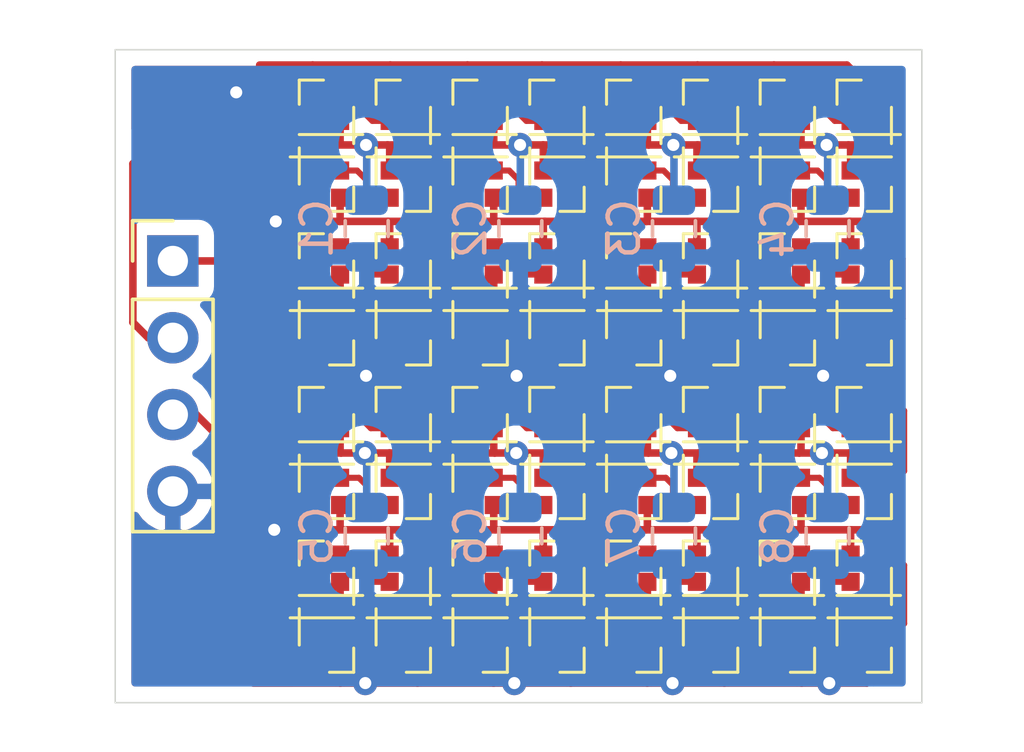
<source format=kicad_pcb>
(kicad_pcb (version 20171130) (host pcbnew "(5.1.2)-1")
  (layers (0 F.Cu signal) (31 B.Cu signal) (34 B.Paste user) (35 F.Paste user) (36 B.SilkS user) (37 F.SilkS user) (38 B.Mask user) (39 F.Mask user) (44 Edge.Cuts user))
  (net 0 "")
  (net 1 GND)
  (net 2 +5V)
  (net 3 DIN)
  (net 4 "Net-(D1-Pad1)")
  (net 5 "Net-(D2-Pad1)")
  (net 6 "Net-(D3-Pad1)")
  (net 7 "Net-(D4-Pad1)")
  (net 8 "Net-(D5-Pad1)")
  (net 9 "Net-(D6-Pad1)")
  (net 10 "Net-(D7-Pad1)")
  (net 11 /sk6805_line2/DIN)
  (net 12 "Net-(D10-Pad3)")
  (net 13 "Net-(D10-Pad1)")
  (net 14 "Net-(D11-Pad1)")
  (net 15 "Net-(D12-Pad1)")
  (net 16 "Net-(D13-Pad1)")
  (net 17 "Net-(D14-Pad1)")
  (net 18 "Net-(D15-Pad1)")
  (net 19 /sk6805_line3/DIN)
  (net 20 "Net-(D17-Pad1)")
  (net 21 "Net-(D18-Pad1)")
  (net 22 "Net-(D19-Pad1)")
  (net 23 "Net-(D20-Pad1)")
  (net 24 "Net-(D21-Pad1)")
  (net 25 "Net-(D22-Pad1)")
  (net 26 "Net-(D23-Pad1)")
  (net 27 /sk6805_line4/DIN)
  (net 28 "Net-(D25-Pad1)")
  (net 29 "Net-(D26-Pad1)")
  (net 30 "Net-(D27-Pad1)")
  (net 31 "Net-(D28-Pad1)")
  (net 32 "Net-(D29-Pad1)")
  (net 33 "Net-(D30-Pad1)")
  (net 34 "Net-(D31-Pad1)")
  (net 35 /sk6805_line5/DIN)
  (net 36 "Net-(D33-Pad1)")
  (net 37 "Net-(D34-Pad1)")
  (net 38 "Net-(D35-Pad1)")
  (net 39 "Net-(D36-Pad1)")
  (net 40 "Net-(D37-Pad1)")
  (net 41 "Net-(D38-Pad1)")
  (net 42 "Net-(D39-Pad1)")
  (net 43 /sk6805_line6/DIN)
  (net 44 "Net-(D41-Pad1)")
  (net 45 "Net-(D42-Pad1)")
  (net 46 "Net-(D43-Pad1)")
  (net 47 "Net-(D44-Pad1)")
  (net 48 "Net-(D45-Pad1)")
  (net 49 "Net-(D46-Pad1)")
  (net 50 "Net-(D47-Pad1)")
  (net 51 /sk6805_line7/DIN)
  (net 52 "Net-(D49-Pad1)")
  (net 53 "Net-(D50-Pad1)")
  (net 54 "Net-(D51-Pad1)")
  (net 55 "Net-(D52-Pad1)")
  (net 56 "Net-(D53-Pad1)")
  (net 57 "Net-(D54-Pad1)")
  (net 58 "Net-(D55-Pad1)")
  (net 59 /sk6805_line8/DIN)
  (net 60 "Net-(D57-Pad1)")
  (net 61 "Net-(D58-Pad1)")
  (net 62 "Net-(D59-Pad1)")
  (net 63 "Net-(D60-Pad1)")
  (net 64 "Net-(D61-Pad1)")
  (net 65 "Net-(D62-Pad1)")
  (net 66 "Net-(D63-Pad1)")
  (net 67 DOUT)
  (module LED_SMD:LED_SK6805_PLCC4_1.5x1.5mm_P0.65mm (layer F.Cu) (at 99 68.38 180)
    (fp_text reference D3 hide)
    (fp_text value SK6805_1515)
    (pad 2 smd rect (at 0.45 0.45) (size 0.6 0.6) (layers F.Cu F.Paste F.Mask) (net 1 GND))
    (pad 3 smd rect (at 0.45 -0.45) (size 0.6 0.6) (layers F.Cu F.Paste F.Mask) (net 5 "Net-(D2-Pad1)"))
    (pad 1 smd rect (at -0.45 0.45) (size 0.6 0.6) (layers F.Cu F.Paste F.Mask) (net 6 "Net-(D3-Pad1)"))
    (pad 4 smd rect (at -0.45 -0.45) (size 0.6 0.6) (layers F.Cu F.Paste F.Mask) (net 2 +5V))
  )
  (module LED_SMD:LED_SK6805_PLCC4_1.5x1.5mm_P0.65mm (layer F.Cu) (at 101.54 68.38 180)
    (fp_text reference D4 hide)
    (fp_text value SK6805_1515)
    (pad 2 smd rect (at 0.45 0.45) (size 0.6 0.6) (layers F.Cu F.Paste F.Mask) (net 1 GND))
    (pad 3 smd rect (at 0.45 -0.45) (size 0.6 0.6) (layers F.Cu F.Paste F.Mask) (net 6 "Net-(D3-Pad1)"))
    (pad 1 smd rect (at -0.45 0.45) (size 0.6 0.6) (layers F.Cu F.Paste F.Mask) (net 7 "Net-(D4-Pad1)"))
    (pad 4 smd rect (at -0.45 -0.45) (size 0.6 0.6) (layers F.Cu F.Paste F.Mask) (net 2 +5V))
  )
  (module LED_SMD:LED_SK6805_PLCC4_1.5x1.5mm_P0.65mm (layer F.Cu) (at 96.46 68.38 180)
    (fp_text reference D2 hide)
    (fp_text value SK6805_1515)
    (pad 2 smd rect (at 0.45 0.45) (size 0.6 0.6) (layers F.Cu F.Paste F.Mask) (net 1 GND))
    (pad 3 smd rect (at 0.45 -0.45) (size 0.6 0.6) (layers F.Cu F.Paste F.Mask) (net 4 "Net-(D1-Pad1)"))
    (pad 1 smd rect (at -0.45 0.45) (size 0.6 0.6) (layers F.Cu F.Paste F.Mask) (net 5 "Net-(D2-Pad1)"))
    (pad 4 smd rect (at -0.45 -0.45) (size 0.6 0.6) (layers F.Cu F.Paste F.Mask) (net 2 +5V))
  )
  (module LED_SMD:LED_SK6805_PLCC4_1.5x1.5mm_P0.65mm (layer F.Cu) (at 104.08 68.38 180)
    (fp_text reference D5 hide)
    (fp_text value SK6805_1515)
    (pad 2 smd rect (at 0.45 0.45) (size 0.6 0.6) (layers F.Cu F.Paste F.Mask) (net 1 GND))
    (pad 3 smd rect (at 0.45 -0.45) (size 0.6 0.6) (layers F.Cu F.Paste F.Mask) (net 7 "Net-(D4-Pad1)"))
    (pad 1 smd rect (at -0.45 0.45) (size 0.6 0.6) (layers F.Cu F.Paste F.Mask) (net 8 "Net-(D5-Pad1)"))
    (pad 4 smd rect (at -0.45 -0.45) (size 0.6 0.6) (layers F.Cu F.Paste F.Mask) (net 2 +5V))
  )
  (module LED_SMD:LED_SK6805_PLCC4_1.5x1.5mm_P0.65mm (layer F.Cu) (at 109.16 68.38 180)
    (fp_text reference D7 hide)
    (fp_text value SK6805_1515)
    (pad 2 smd rect (at 0.45 0.45) (size 0.6 0.6) (layers F.Cu F.Paste F.Mask) (net 1 GND))
    (pad 3 smd rect (at 0.45 -0.45) (size 0.6 0.6) (layers F.Cu F.Paste F.Mask) (net 9 "Net-(D6-Pad1)"))
    (pad 1 smd rect (at -0.45 0.45) (size 0.6 0.6) (layers F.Cu F.Paste F.Mask) (net 10 "Net-(D7-Pad1)"))
    (pad 4 smd rect (at -0.45 -0.45) (size 0.6 0.6) (layers F.Cu F.Paste F.Mask) (net 2 +5V))
  )
  (module LED_SMD:LED_SK6805_PLCC4_1.5x1.5mm_P0.65mm (layer F.Cu) (at 106.62 68.38 180)
    (fp_text reference D6 hide)
    (fp_text value SK6805_1515)
    (pad 2 smd rect (at 0.45 0.45) (size 0.6 0.6) (layers F.Cu F.Paste F.Mask) (net 1 GND))
    (pad 3 smd rect (at 0.45 -0.45) (size 0.6 0.6) (layers F.Cu F.Paste F.Mask) (net 8 "Net-(D5-Pad1)"))
    (pad 1 smd rect (at -0.45 0.45) (size 0.6 0.6) (layers F.Cu F.Paste F.Mask) (net 9 "Net-(D6-Pad1)"))
    (pad 4 smd rect (at -0.45 -0.45) (size 0.6 0.6) (layers F.Cu F.Paste F.Mask) (net 2 +5V))
  )
  (module LED_SMD:LED_SK6805_PLCC4_1.5x1.5mm_P0.65mm (layer F.Cu) (at 111.7 68.38 180)
    (fp_text reference D8 hide)
    (fp_text value SK6805_1515)
    (pad 2 smd rect (at 0.45 0.45) (size 0.6 0.6) (layers F.Cu F.Paste F.Mask) (net 1 GND))
    (pad 3 smd rect (at 0.45 -0.45) (size 0.6 0.6) (layers F.Cu F.Paste F.Mask) (net 10 "Net-(D7-Pad1)"))
    (pad 1 smd rect (at -0.45 0.45) (size 0.6 0.6) (layers F.Cu F.Paste F.Mask) (net 11 /sk6805_line2/DIN))
    (pad 4 smd rect (at -0.45 -0.45) (size 0.6 0.6) (layers F.Cu F.Paste F.Mask) (net 2 +5V))
  )
  (module LED_SMD:LED_SK6805_PLCC4_1.5x1.5mm_P0.65mm (layer F.Cu) (at 109.16 70.92)
    (fp_text reference D10 hide)
    (fp_text value SK6805_1515)
    (pad 2 smd rect (at 0.45 0.45 180) (size 0.6 0.6) (layers F.Cu F.Paste F.Mask) (net 1 GND))
    (pad 3 smd rect (at 0.45 -0.45 180) (size 0.6 0.6) (layers F.Cu F.Paste F.Mask) (net 12 "Net-(D10-Pad3)"))
    (pad 1 smd rect (at -0.45 0.45 180) (size 0.6 0.6) (layers F.Cu F.Paste F.Mask) (net 13 "Net-(D10-Pad1)"))
    (pad 4 smd rect (at -0.45 -0.45 180) (size 0.6 0.6) (layers F.Cu F.Paste F.Mask) (net 2 +5V))
  )
  (module LED_SMD:LED_SK6805_PLCC4_1.5x1.5mm_P0.65mm (layer F.Cu) (at 101.54 70.92)
    (fp_text reference D13 hide)
    (fp_text value SK6805_1515)
    (pad 2 smd rect (at 0.45 0.45 180) (size 0.6 0.6) (layers F.Cu F.Paste F.Mask) (net 1 GND))
    (pad 3 smd rect (at 0.45 -0.45 180) (size 0.6 0.6) (layers F.Cu F.Paste F.Mask) (net 15 "Net-(D12-Pad1)"))
    (pad 1 smd rect (at -0.45 0.45 180) (size 0.6 0.6) (layers F.Cu F.Paste F.Mask) (net 16 "Net-(D13-Pad1)"))
    (pad 4 smd rect (at -0.45 -0.45 180) (size 0.6 0.6) (layers F.Cu F.Paste F.Mask) (net 2 +5V))
  )
  (module LED_SMD:LED_SK6805_PLCC4_1.5x1.5mm_P0.65mm (layer F.Cu) (at 93.92 70.92)
    (fp_text reference D16 hide)
    (fp_text value SK6805_1515)
    (pad 2 smd rect (at 0.45 0.45 180) (size 0.6 0.6) (layers F.Cu F.Paste F.Mask) (net 1 GND))
    (pad 3 smd rect (at 0.45 -0.45 180) (size 0.6 0.6) (layers F.Cu F.Paste F.Mask) (net 18 "Net-(D15-Pad1)"))
    (pad 1 smd rect (at -0.45 0.45 180) (size 0.6 0.6) (layers F.Cu F.Paste F.Mask) (net 19 /sk6805_line3/DIN))
    (pad 4 smd rect (at -0.45 -0.45 180) (size 0.6 0.6) (layers F.Cu F.Paste F.Mask) (net 2 +5V))
  )
  (module LED_SMD:LED_SK6805_PLCC4_1.5x1.5mm_P0.65mm (layer F.Cu) (at 111.7 70.92)
    (fp_text reference D9 hide)
    (fp_text value SK6805_1515)
    (pad 2 smd rect (at 0.45 0.45 180) (size 0.6 0.6) (layers F.Cu F.Paste F.Mask) (net 1 GND))
    (pad 3 smd rect (at 0.45 -0.45 180) (size 0.6 0.6) (layers F.Cu F.Paste F.Mask) (net 11 /sk6805_line2/DIN))
    (pad 1 smd rect (at -0.45 0.45 180) (size 0.6 0.6) (layers F.Cu F.Paste F.Mask) (net 12 "Net-(D10-Pad3)"))
    (pad 4 smd rect (at -0.45 -0.45 180) (size 0.6 0.6) (layers F.Cu F.Paste F.Mask) (net 2 +5V))
  )
  (module LED_SMD:LED_SK6805_PLCC4_1.5x1.5mm_P0.65mm (layer F.Cu) (at 106.62 70.92)
    (fp_text reference D11 hide)
    (fp_text value SK6805_1515)
    (pad 2 smd rect (at 0.45 0.45 180) (size 0.6 0.6) (layers F.Cu F.Paste F.Mask) (net 1 GND))
    (pad 3 smd rect (at 0.45 -0.45 180) (size 0.6 0.6) (layers F.Cu F.Paste F.Mask) (net 13 "Net-(D10-Pad1)"))
    (pad 1 smd rect (at -0.45 0.45 180) (size 0.6 0.6) (layers F.Cu F.Paste F.Mask) (net 14 "Net-(D11-Pad1)"))
    (pad 4 smd rect (at -0.45 -0.45 180) (size 0.6 0.6) (layers F.Cu F.Paste F.Mask) (net 2 +5V))
  )
  (module LED_SMD:LED_SK6805_PLCC4_1.5x1.5mm_P0.65mm (layer F.Cu) (at 96.46 70.92)
    (fp_text reference D15 hide)
    (fp_text value SK6805_1515)
    (pad 2 smd rect (at 0.45 0.45 180) (size 0.6 0.6) (layers F.Cu F.Paste F.Mask) (net 1 GND))
    (pad 3 smd rect (at 0.45 -0.45 180) (size 0.6 0.6) (layers F.Cu F.Paste F.Mask) (net 17 "Net-(D14-Pad1)"))
    (pad 1 smd rect (at -0.45 0.45 180) (size 0.6 0.6) (layers F.Cu F.Paste F.Mask) (net 18 "Net-(D15-Pad1)"))
    (pad 4 smd rect (at -0.45 -0.45 180) (size 0.6 0.6) (layers F.Cu F.Paste F.Mask) (net 2 +5V))
  )
  (module LED_SMD:LED_SK6805_PLCC4_1.5x1.5mm_P0.65mm (layer F.Cu) (at 104.08 70.92)
    (fp_text reference D12 hide)
    (fp_text value SK6805_1515)
    (pad 2 smd rect (at 0.45 0.45 180) (size 0.6 0.6) (layers F.Cu F.Paste F.Mask) (net 1 GND))
    (pad 3 smd rect (at 0.45 -0.45 180) (size 0.6 0.6) (layers F.Cu F.Paste F.Mask) (net 14 "Net-(D11-Pad1)"))
    (pad 1 smd rect (at -0.45 0.45 180) (size 0.6 0.6) (layers F.Cu F.Paste F.Mask) (net 15 "Net-(D12-Pad1)"))
    (pad 4 smd rect (at -0.45 -0.45 180) (size 0.6 0.6) (layers F.Cu F.Paste F.Mask) (net 2 +5V))
  )
  (module LED_SMD:LED_SK6805_PLCC4_1.5x1.5mm_P0.65mm (layer F.Cu) (at 99 70.92)
    (fp_text reference D14 hide)
    (fp_text value SK6805_1515)
    (pad 2 smd rect (at 0.45 0.45 180) (size 0.6 0.6) (layers F.Cu F.Paste F.Mask) (net 1 GND))
    (pad 3 smd rect (at 0.45 -0.45 180) (size 0.6 0.6) (layers F.Cu F.Paste F.Mask) (net 16 "Net-(D13-Pad1)"))
    (pad 1 smd rect (at -0.45 0.45 180) (size 0.6 0.6) (layers F.Cu F.Paste F.Mask) (net 17 "Net-(D14-Pad1)"))
    (pad 4 smd rect (at -0.45 -0.45 180) (size 0.6 0.6) (layers F.Cu F.Paste F.Mask) (net 2 +5V))
  )
  (module LED_SMD:LED_SK6805_PLCC4_1.5x1.5mm_P0.65mm (layer F.Cu) (at 101.54 73.46 180)
    (fp_text reference D20 hide)
    (fp_text value SK6805_1515)
    (pad 2 smd rect (at 0.45 0.45) (size 0.6 0.6) (layers F.Cu F.Paste F.Mask) (net 1 GND))
    (pad 3 smd rect (at 0.45 -0.45) (size 0.6 0.6) (layers F.Cu F.Paste F.Mask) (net 22 "Net-(D19-Pad1)"))
    (pad 1 smd rect (at -0.45 0.45) (size 0.6 0.6) (layers F.Cu F.Paste F.Mask) (net 23 "Net-(D20-Pad1)"))
    (pad 4 smd rect (at -0.45 -0.45) (size 0.6 0.6) (layers F.Cu F.Paste F.Mask) (net 2 +5V))
  )
  (module LED_SMD:LED_SK6805_PLCC4_1.5x1.5mm_P0.65mm (layer F.Cu) (at 109.16 73.46 180)
    (fp_text reference D23 hide)
    (fp_text value SK6805_1515)
    (pad 2 smd rect (at 0.45 0.45) (size 0.6 0.6) (layers F.Cu F.Paste F.Mask) (net 1 GND))
    (pad 3 smd rect (at 0.45 -0.45) (size 0.6 0.6) (layers F.Cu F.Paste F.Mask) (net 25 "Net-(D22-Pad1)"))
    (pad 1 smd rect (at -0.45 0.45) (size 0.6 0.6) (layers F.Cu F.Paste F.Mask) (net 26 "Net-(D23-Pad1)"))
    (pad 4 smd rect (at -0.45 -0.45) (size 0.6 0.6) (layers F.Cu F.Paste F.Mask) (net 2 +5V))
  )
  (module LED_SMD:LED_SK6805_PLCC4_1.5x1.5mm_P0.65mm (layer F.Cu) (at 93.92 73.46 180)
    (fp_text reference D17 hide)
    (fp_text value SK6805_1515)
    (pad 2 smd rect (at 0.45 0.45) (size 0.6 0.6) (layers F.Cu F.Paste F.Mask) (net 1 GND))
    (pad 3 smd rect (at 0.45 -0.45) (size 0.6 0.6) (layers F.Cu F.Paste F.Mask) (net 19 /sk6805_line3/DIN))
    (pad 1 smd rect (at -0.45 0.45) (size 0.6 0.6) (layers F.Cu F.Paste F.Mask) (net 20 "Net-(D17-Pad1)"))
    (pad 4 smd rect (at -0.45 -0.45) (size 0.6 0.6) (layers F.Cu F.Paste F.Mask) (net 2 +5V))
  )
  (module LED_SMD:LED_SK6805_PLCC4_1.5x1.5mm_P0.65mm (layer F.Cu) (at 99 73.46 180)
    (fp_text reference D19 hide)
    (fp_text value SK6805_1515)
    (pad 2 smd rect (at 0.45 0.45) (size 0.6 0.6) (layers F.Cu F.Paste F.Mask) (net 1 GND))
    (pad 3 smd rect (at 0.45 -0.45) (size 0.6 0.6) (layers F.Cu F.Paste F.Mask) (net 21 "Net-(D18-Pad1)"))
    (pad 1 smd rect (at -0.45 0.45) (size 0.6 0.6) (layers F.Cu F.Paste F.Mask) (net 22 "Net-(D19-Pad1)"))
    (pad 4 smd rect (at -0.45 -0.45) (size 0.6 0.6) (layers F.Cu F.Paste F.Mask) (net 2 +5V))
  )
  (module LED_SMD:LED_SK6805_PLCC4_1.5x1.5mm_P0.65mm (layer F.Cu) (at 96.46 73.46 180)
    (fp_text reference D18 hide)
    (fp_text value SK6805_1515)
    (pad 2 smd rect (at 0.45 0.45) (size 0.6 0.6) (layers F.Cu F.Paste F.Mask) (net 1 GND))
    (pad 3 smd rect (at 0.45 -0.45) (size 0.6 0.6) (layers F.Cu F.Paste F.Mask) (net 20 "Net-(D17-Pad1)"))
    (pad 1 smd rect (at -0.45 0.45) (size 0.6 0.6) (layers F.Cu F.Paste F.Mask) (net 21 "Net-(D18-Pad1)"))
    (pad 4 smd rect (at -0.45 -0.45) (size 0.6 0.6) (layers F.Cu F.Paste F.Mask) (net 2 +5V))
  )
  (module LED_SMD:LED_SK6805_PLCC4_1.5x1.5mm_P0.65mm (layer F.Cu) (at 104.08 73.46 180)
    (fp_text reference D21 hide)
    (fp_text value SK6805_1515)
    (pad 2 smd rect (at 0.45 0.45) (size 0.6 0.6) (layers F.Cu F.Paste F.Mask) (net 1 GND))
    (pad 3 smd rect (at 0.45 -0.45) (size 0.6 0.6) (layers F.Cu F.Paste F.Mask) (net 23 "Net-(D20-Pad1)"))
    (pad 1 smd rect (at -0.45 0.45) (size 0.6 0.6) (layers F.Cu F.Paste F.Mask) (net 24 "Net-(D21-Pad1)"))
    (pad 4 smd rect (at -0.45 -0.45) (size 0.6 0.6) (layers F.Cu F.Paste F.Mask) (net 2 +5V))
  )
  (module LED_SMD:LED_SK6805_PLCC4_1.5x1.5mm_P0.65mm (layer F.Cu) (at 106.62 73.46 180)
    (fp_text reference D22 hide)
    (fp_text value SK6805_1515)
    (pad 2 smd rect (at 0.45 0.45) (size 0.6 0.6) (layers F.Cu F.Paste F.Mask) (net 1 GND))
    (pad 3 smd rect (at 0.45 -0.45) (size 0.6 0.6) (layers F.Cu F.Paste F.Mask) (net 24 "Net-(D21-Pad1)"))
    (pad 1 smd rect (at -0.45 0.45) (size 0.6 0.6) (layers F.Cu F.Paste F.Mask) (net 25 "Net-(D22-Pad1)"))
    (pad 4 smd rect (at -0.45 -0.45) (size 0.6 0.6) (layers F.Cu F.Paste F.Mask) (net 2 +5V))
  )
  (module LED_SMD:LED_SK6805_PLCC4_1.5x1.5mm_P0.65mm (layer F.Cu) (at 111.7 73.46 180)
    (fp_text reference D24 hide)
    (fp_text value SK6805_1515)
    (pad 2 smd rect (at 0.45 0.45) (size 0.6 0.6) (layers F.Cu F.Paste F.Mask) (net 1 GND))
    (pad 3 smd rect (at 0.45 -0.45) (size 0.6 0.6) (layers F.Cu F.Paste F.Mask) (net 26 "Net-(D23-Pad1)"))
    (pad 1 smd rect (at -0.45 0.45) (size 0.6 0.6) (layers F.Cu F.Paste F.Mask) (net 27 /sk6805_line4/DIN))
    (pad 4 smd rect (at -0.45 -0.45) (size 0.6 0.6) (layers F.Cu F.Paste F.Mask) (net 2 +5V))
  )
  (module LED_SMD:LED_SK6805_PLCC4_1.5x1.5mm_P0.65mm (layer F.Cu) (at 111.7 76)
    (fp_text reference D25 hide)
    (fp_text value SK6805_1515)
    (pad 2 smd rect (at 0.45 0.45 180) (size 0.6 0.6) (layers F.Cu F.Paste F.Mask) (net 1 GND))
    (pad 3 smd rect (at 0.45 -0.45 180) (size 0.6 0.6) (layers F.Cu F.Paste F.Mask) (net 27 /sk6805_line4/DIN))
    (pad 1 smd rect (at -0.45 0.45 180) (size 0.6 0.6) (layers F.Cu F.Paste F.Mask) (net 28 "Net-(D25-Pad1)"))
    (pad 4 smd rect (at -0.45 -0.45 180) (size 0.6 0.6) (layers F.Cu F.Paste F.Mask) (net 2 +5V))
  )
  (module LED_SMD:LED_SK6805_PLCC4_1.5x1.5mm_P0.65mm (layer F.Cu) (at 109.16 76)
    (fp_text reference D26 hide)
    (fp_text value SK6805_1515)
    (pad 2 smd rect (at 0.45 0.45 180) (size 0.6 0.6) (layers F.Cu F.Paste F.Mask) (net 1 GND))
    (pad 3 smd rect (at 0.45 -0.45 180) (size 0.6 0.6) (layers F.Cu F.Paste F.Mask) (net 28 "Net-(D25-Pad1)"))
    (pad 1 smd rect (at -0.45 0.45 180) (size 0.6 0.6) (layers F.Cu F.Paste F.Mask) (net 29 "Net-(D26-Pad1)"))
    (pad 4 smd rect (at -0.45 -0.45 180) (size 0.6 0.6) (layers F.Cu F.Paste F.Mask) (net 2 +5V))
  )
  (module LED_SMD:LED_SK6805_PLCC4_1.5x1.5mm_P0.65mm (layer F.Cu) (at 106.62 76)
    (fp_text reference D27 hide)
    (fp_text value SK6805_1515)
    (pad 2 smd rect (at 0.45 0.45 180) (size 0.6 0.6) (layers F.Cu F.Paste F.Mask) (net 1 GND))
    (pad 3 smd rect (at 0.45 -0.45 180) (size 0.6 0.6) (layers F.Cu F.Paste F.Mask) (net 29 "Net-(D26-Pad1)"))
    (pad 1 smd rect (at -0.45 0.45 180) (size 0.6 0.6) (layers F.Cu F.Paste F.Mask) (net 30 "Net-(D27-Pad1)"))
    (pad 4 smd rect (at -0.45 -0.45 180) (size 0.6 0.6) (layers F.Cu F.Paste F.Mask) (net 2 +5V))
  )
  (module LED_SMD:LED_SK6805_PLCC4_1.5x1.5mm_P0.65mm (layer F.Cu) (at 104.08 76)
    (fp_text reference D28 hide)
    (fp_text value SK6805_1515)
    (pad 2 smd rect (at 0.45 0.45 180) (size 0.6 0.6) (layers F.Cu F.Paste F.Mask) (net 1 GND))
    (pad 3 smd rect (at 0.45 -0.45 180) (size 0.6 0.6) (layers F.Cu F.Paste F.Mask) (net 30 "Net-(D27-Pad1)"))
    (pad 1 smd rect (at -0.45 0.45 180) (size 0.6 0.6) (layers F.Cu F.Paste F.Mask) (net 31 "Net-(D28-Pad1)"))
    (pad 4 smd rect (at -0.45 -0.45 180) (size 0.6 0.6) (layers F.Cu F.Paste F.Mask) (net 2 +5V))
  )
  (module LED_SMD:LED_SK6805_PLCC4_1.5x1.5mm_P0.65mm (layer F.Cu) (at 101.54 76)
    (fp_text reference D29 hide)
    (fp_text value SK6805_1515)
    (pad 2 smd rect (at 0.45 0.45 180) (size 0.6 0.6) (layers F.Cu F.Paste F.Mask) (net 1 GND))
    (pad 3 smd rect (at 0.45 -0.45 180) (size 0.6 0.6) (layers F.Cu F.Paste F.Mask) (net 31 "Net-(D28-Pad1)"))
    (pad 1 smd rect (at -0.45 0.45 180) (size 0.6 0.6) (layers F.Cu F.Paste F.Mask) (net 32 "Net-(D29-Pad1)"))
    (pad 4 smd rect (at -0.45 -0.45 180) (size 0.6 0.6) (layers F.Cu F.Paste F.Mask) (net 2 +5V))
  )
  (module LED_SMD:LED_SK6805_PLCC4_1.5x1.5mm_P0.65mm (layer F.Cu) (at 93.92 76)
    (fp_text reference D32 hide)
    (fp_text value SK6805_1515)
    (pad 2 smd rect (at 0.45 0.45 180) (size 0.6 0.6) (layers F.Cu F.Paste F.Mask) (net 1 GND))
    (pad 3 smd rect (at 0.45 -0.45 180) (size 0.6 0.6) (layers F.Cu F.Paste F.Mask) (net 34 "Net-(D31-Pad1)"))
    (pad 1 smd rect (at -0.45 0.45 180) (size 0.6 0.6) (layers F.Cu F.Paste F.Mask) (net 35 /sk6805_line5/DIN))
    (pad 4 smd rect (at -0.45 -0.45 180) (size 0.6 0.6) (layers F.Cu F.Paste F.Mask) (net 2 +5V))
  )
  (module LED_SMD:LED_SK6805_PLCC4_1.5x1.5mm_P0.65mm (layer F.Cu) (at 93.92 81.08)
    (fp_text reference D48 hide)
    (fp_text value SK6805_1515)
    (pad 2 smd rect (at 0.45 0.45 180) (size 0.6 0.6) (layers F.Cu F.Paste F.Mask) (net 1 GND))
    (pad 3 smd rect (at 0.45 -0.45 180) (size 0.6 0.6) (layers F.Cu F.Paste F.Mask) (net 50 "Net-(D47-Pad1)"))
    (pad 1 smd rect (at -0.45 0.45 180) (size 0.6 0.6) (layers F.Cu F.Paste F.Mask) (net 51 /sk6805_line7/DIN))
    (pad 4 smd rect (at -0.45 -0.45 180) (size 0.6 0.6) (layers F.Cu F.Paste F.Mask) (net 2 +5V))
  )
  (module LED_SMD:LED_SK6805_PLCC4_1.5x1.5mm_P0.65mm (layer F.Cu) (at 101.54 81.08)
    (fp_text reference D45 hide)
    (fp_text value SK6805_1515)
    (pad 2 smd rect (at 0.45 0.45 180) (size 0.6 0.6) (layers F.Cu F.Paste F.Mask) (net 1 GND))
    (pad 3 smd rect (at 0.45 -0.45 180) (size 0.6 0.6) (layers F.Cu F.Paste F.Mask) (net 47 "Net-(D44-Pad1)"))
    (pad 1 smd rect (at -0.45 0.45 180) (size 0.6 0.6) (layers F.Cu F.Paste F.Mask) (net 48 "Net-(D45-Pad1)"))
    (pad 4 smd rect (at -0.45 -0.45 180) (size 0.6 0.6) (layers F.Cu F.Paste F.Mask) (net 2 +5V))
  )
  (module LED_SMD:LED_SK6805_PLCC4_1.5x1.5mm_P0.65mm (layer F.Cu) (at 96.46 81.08)
    (fp_text reference D47 hide)
    (fp_text value SK6805_1515)
    (pad 2 smd rect (at 0.45 0.45 180) (size 0.6 0.6) (layers F.Cu F.Paste F.Mask) (net 1 GND))
    (pad 3 smd rect (at 0.45 -0.45 180) (size 0.6 0.6) (layers F.Cu F.Paste F.Mask) (net 49 "Net-(D46-Pad1)"))
    (pad 1 smd rect (at -0.45 0.45 180) (size 0.6 0.6) (layers F.Cu F.Paste F.Mask) (net 50 "Net-(D47-Pad1)"))
    (pad 4 smd rect (at -0.45 -0.45 180) (size 0.6 0.6) (layers F.Cu F.Paste F.Mask) (net 2 +5V))
  )
  (module LED_SMD:LED_SK6805_PLCC4_1.5x1.5mm_P0.65mm (layer F.Cu) (at 104.08 81.08)
    (fp_text reference D44 hide)
    (fp_text value SK6805_1515)
    (pad 2 smd rect (at 0.45 0.45 180) (size 0.6 0.6) (layers F.Cu F.Paste F.Mask) (net 1 GND))
    (pad 3 smd rect (at 0.45 -0.45 180) (size 0.6 0.6) (layers F.Cu F.Paste F.Mask) (net 46 "Net-(D43-Pad1)"))
    (pad 1 smd rect (at -0.45 0.45 180) (size 0.6 0.6) (layers F.Cu F.Paste F.Mask) (net 47 "Net-(D44-Pad1)"))
    (pad 4 smd rect (at -0.45 -0.45 180) (size 0.6 0.6) (layers F.Cu F.Paste F.Mask) (net 2 +5V))
  )
  (module LED_SMD:LED_SK6805_PLCC4_1.5x1.5mm_P0.65mm (layer F.Cu) (at 106.62 81.08)
    (fp_text reference D43 hide)
    (fp_text value SK6805_1515)
    (pad 2 smd rect (at 0.45 0.45 180) (size 0.6 0.6) (layers F.Cu F.Paste F.Mask) (net 1 GND))
    (pad 3 smd rect (at 0.45 -0.45 180) (size 0.6 0.6) (layers F.Cu F.Paste F.Mask) (net 45 "Net-(D42-Pad1)"))
    (pad 1 smd rect (at -0.45 0.45 180) (size 0.6 0.6) (layers F.Cu F.Paste F.Mask) (net 46 "Net-(D43-Pad1)"))
    (pad 4 smd rect (at -0.45 -0.45 180) (size 0.6 0.6) (layers F.Cu F.Paste F.Mask) (net 2 +5V))
  )
  (module LED_SMD:LED_SK6805_PLCC4_1.5x1.5mm_P0.65mm (layer F.Cu) (at 111.7 81.08)
    (fp_text reference D41 hide)
    (fp_text value SK6805_1515)
    (pad 2 smd rect (at 0.45 0.45 180) (size 0.6 0.6) (layers F.Cu F.Paste F.Mask) (net 1 GND))
    (pad 3 smd rect (at 0.45 -0.45 180) (size 0.6 0.6) (layers F.Cu F.Paste F.Mask) (net 43 /sk6805_line6/DIN))
    (pad 1 smd rect (at -0.45 0.45 180) (size 0.6 0.6) (layers F.Cu F.Paste F.Mask) (net 44 "Net-(D41-Pad1)"))
    (pad 4 smd rect (at -0.45 -0.45 180) (size 0.6 0.6) (layers F.Cu F.Paste F.Mask) (net 2 +5V))
  )
  (module LED_SMD:LED_SK6805_PLCC4_1.5x1.5mm_P0.65mm (layer F.Cu) (at 99 81.08)
    (fp_text reference D46 hide)
    (fp_text value SK6805_1515)
    (pad 2 smd rect (at 0.45 0.45 180) (size 0.6 0.6) (layers F.Cu F.Paste F.Mask) (net 1 GND))
    (pad 3 smd rect (at 0.45 -0.45 180) (size 0.6 0.6) (layers F.Cu F.Paste F.Mask) (net 48 "Net-(D45-Pad1)"))
    (pad 1 smd rect (at -0.45 0.45 180) (size 0.6 0.6) (layers F.Cu F.Paste F.Mask) (net 49 "Net-(D46-Pad1)"))
    (pad 4 smd rect (at -0.45 -0.45 180) (size 0.6 0.6) (layers F.Cu F.Paste F.Mask) (net 2 +5V))
  )
  (module LED_SMD:LED_SK6805_PLCC4_1.5x1.5mm_P0.65mm (layer F.Cu) (at 109.16 81.08)
    (fp_text reference D42 hide)
    (fp_text value SK6805_1515)
    (pad 2 smd rect (at 0.45 0.45 180) (size 0.6 0.6) (layers F.Cu F.Paste F.Mask) (net 1 GND))
    (pad 3 smd rect (at 0.45 -0.45 180) (size 0.6 0.6) (layers F.Cu F.Paste F.Mask) (net 44 "Net-(D41-Pad1)"))
    (pad 1 smd rect (at -0.45 0.45 180) (size 0.6 0.6) (layers F.Cu F.Paste F.Mask) (net 45 "Net-(D42-Pad1)"))
    (pad 4 smd rect (at -0.45 -0.45 180) (size 0.6 0.6) (layers F.Cu F.Paste F.Mask) (net 2 +5V))
  )
  (module LED_SMD:LED_SK6805_PLCC4_1.5x1.5mm_P0.65mm (layer F.Cu) (at 99 76)
    (fp_text reference D30 hide)
    (fp_text value SK6805_1515)
    (pad 2 smd rect (at 0.45 0.45 180) (size 0.6 0.6) (layers F.Cu F.Paste F.Mask) (net 1 GND))
    (pad 3 smd rect (at 0.45 -0.45 180) (size 0.6 0.6) (layers F.Cu F.Paste F.Mask) (net 32 "Net-(D29-Pad1)"))
    (pad 1 smd rect (at -0.45 0.45 180) (size 0.6 0.6) (layers F.Cu F.Paste F.Mask) (net 33 "Net-(D30-Pad1)"))
    (pad 4 smd rect (at -0.45 -0.45 180) (size 0.6 0.6) (layers F.Cu F.Paste F.Mask) (net 2 +5V))
  )
  (module LED_SMD:LED_SK6805_PLCC4_1.5x1.5mm_P0.65mm (layer F.Cu) (at 96.46 76)
    (fp_text reference D31 hide)
    (fp_text value SK6805_1515)
    (pad 2 smd rect (at 0.45 0.45 180) (size 0.6 0.6) (layers F.Cu F.Paste F.Mask) (net 1 GND))
    (pad 3 smd rect (at 0.45 -0.45 180) (size 0.6 0.6) (layers F.Cu F.Paste F.Mask) (net 33 "Net-(D30-Pad1)"))
    (pad 1 smd rect (at -0.45 0.45 180) (size 0.6 0.6) (layers F.Cu F.Paste F.Mask) (net 34 "Net-(D31-Pad1)"))
    (pad 4 smd rect (at -0.45 -0.45 180) (size 0.6 0.6) (layers F.Cu F.Paste F.Mask) (net 2 +5V))
  )
  (module LED_SMD:LED_SK6805_PLCC4_1.5x1.5mm_P0.65mm (layer F.Cu) (at 101.54 86.16)
    (fp_text reference D61 hide)
    (fp_text value SK6805_1515)
    (pad 2 smd rect (at 0.45 0.45 180) (size 0.6 0.6) (layers F.Cu F.Paste F.Mask) (net 1 GND))
    (pad 3 smd rect (at 0.45 -0.45 180) (size 0.6 0.6) (layers F.Cu F.Paste F.Mask) (net 63 "Net-(D60-Pad1)"))
    (pad 1 smd rect (at -0.45 0.45 180) (size 0.6 0.6) (layers F.Cu F.Paste F.Mask) (net 64 "Net-(D61-Pad1)"))
    (pad 4 smd rect (at -0.45 -0.45 180) (size 0.6 0.6) (layers F.Cu F.Paste F.Mask) (net 2 +5V))
  )
  (module LED_SMD:LED_SK6805_PLCC4_1.5x1.5mm_P0.65mm (layer F.Cu) (at 104.08 86.16)
    (fp_text reference D60 hide)
    (fp_text value SK6805_1515)
    (pad 2 smd rect (at 0.45 0.45 180) (size 0.6 0.6) (layers F.Cu F.Paste F.Mask) (net 1 GND))
    (pad 3 smd rect (at 0.45 -0.45 180) (size 0.6 0.6) (layers F.Cu F.Paste F.Mask) (net 62 "Net-(D59-Pad1)"))
    (pad 1 smd rect (at -0.45 0.45 180) (size 0.6 0.6) (layers F.Cu F.Paste F.Mask) (net 63 "Net-(D60-Pad1)"))
    (pad 4 smd rect (at -0.45 -0.45 180) (size 0.6 0.6) (layers F.Cu F.Paste F.Mask) (net 2 +5V))
  )
  (module LED_SMD:LED_SK6805_PLCC4_1.5x1.5mm_P0.65mm (layer F.Cu) (at 111.7 83.619999 180)
    (fp_text reference D56 hide)
    (fp_text value SK6805_1515)
    (pad 2 smd rect (at 0.45 0.45) (size 0.6 0.6) (layers F.Cu F.Paste F.Mask) (net 1 GND))
    (pad 3 smd rect (at 0.45 -0.45) (size 0.6 0.6) (layers F.Cu F.Paste F.Mask) (net 58 "Net-(D55-Pad1)"))
    (pad 1 smd rect (at -0.45 0.45) (size 0.6 0.6) (layers F.Cu F.Paste F.Mask) (net 59 /sk6805_line8/DIN))
    (pad 4 smd rect (at -0.45 -0.45) (size 0.6 0.6) (layers F.Cu F.Paste F.Mask) (net 2 +5V))
  )
  (module LED_SMD:LED_SK6805_PLCC4_1.5x1.5mm_P0.65mm (layer F.Cu) (at 104.08 83.619999 180)
    (fp_text reference D53 hide)
    (fp_text value SK6805_1515)
    (pad 2 smd rect (at 0.45 0.45) (size 0.6 0.6) (layers F.Cu F.Paste F.Mask) (net 1 GND))
    (pad 3 smd rect (at 0.45 -0.45) (size 0.6 0.6) (layers F.Cu F.Paste F.Mask) (net 55 "Net-(D52-Pad1)"))
    (pad 1 smd rect (at -0.45 0.45) (size 0.6 0.6) (layers F.Cu F.Paste F.Mask) (net 56 "Net-(D53-Pad1)"))
    (pad 4 smd rect (at -0.45 -0.45) (size 0.6 0.6) (layers F.Cu F.Paste F.Mask) (net 2 +5V))
  )
  (module LED_SMD:LED_SK6805_PLCC4_1.5x1.5mm_P0.65mm (layer F.Cu) (at 109.16 86.16)
    (fp_text reference D58 hide)
    (fp_text value SK6805_1515)
    (pad 2 smd rect (at 0.45 0.45 180) (size 0.6 0.6) (layers F.Cu F.Paste F.Mask) (net 1 GND))
    (pad 3 smd rect (at 0.45 -0.45 180) (size 0.6 0.6) (layers F.Cu F.Paste F.Mask) (net 60 "Net-(D57-Pad1)"))
    (pad 1 smd rect (at -0.45 0.45 180) (size 0.6 0.6) (layers F.Cu F.Paste F.Mask) (net 61 "Net-(D58-Pad1)"))
    (pad 4 smd rect (at -0.45 -0.45 180) (size 0.6 0.6) (layers F.Cu F.Paste F.Mask) (net 2 +5V))
  )
  (module LED_SMD:LED_SK6805_PLCC4_1.5x1.5mm_P0.65mm (layer F.Cu) (at 96.46 86.16)
    (fp_text reference D63 hide)
    (fp_text value SK6805_1515)
    (pad 2 smd rect (at 0.45 0.45 180) (size 0.6 0.6) (layers F.Cu F.Paste F.Mask) (net 1 GND))
    (pad 3 smd rect (at 0.45 -0.45 180) (size 0.6 0.6) (layers F.Cu F.Paste F.Mask) (net 65 "Net-(D62-Pad1)"))
    (pad 1 smd rect (at -0.45 0.45 180) (size 0.6 0.6) (layers F.Cu F.Paste F.Mask) (net 66 "Net-(D63-Pad1)"))
    (pad 4 smd rect (at -0.45 -0.45 180) (size 0.6 0.6) (layers F.Cu F.Paste F.Mask) (net 2 +5V))
  )
  (module LED_SMD:LED_SK6805_PLCC4_1.5x1.5mm_P0.65mm (layer F.Cu) (at 99 86.16)
    (fp_text reference D62 hide)
    (fp_text value SK6805_1515)
    (pad 2 smd rect (at 0.45 0.45 180) (size 0.6 0.6) (layers F.Cu F.Paste F.Mask) (net 1 GND))
    (pad 3 smd rect (at 0.45 -0.45 180) (size 0.6 0.6) (layers F.Cu F.Paste F.Mask) (net 64 "Net-(D61-Pad1)"))
    (pad 1 smd rect (at -0.45 0.45 180) (size 0.6 0.6) (layers F.Cu F.Paste F.Mask) (net 65 "Net-(D62-Pad1)"))
    (pad 4 smd rect (at -0.45 -0.45 180) (size 0.6 0.6) (layers F.Cu F.Paste F.Mask) (net 2 +5V))
  )
  (module LED_SMD:LED_SK6805_PLCC4_1.5x1.5mm_P0.65mm (layer F.Cu) (at 93.92 86.16)
    (fp_text reference D64 hide)
    (fp_text value SK6805_1515)
    (pad 2 smd rect (at 0.45 0.45 180) (size 0.6 0.6) (layers F.Cu F.Paste F.Mask) (net 1 GND))
    (pad 3 smd rect (at 0.45 -0.45 180) (size 0.6 0.6) (layers F.Cu F.Paste F.Mask) (net 66 "Net-(D63-Pad1)"))
    (pad 1 smd rect (at -0.45 0.45 180) (size 0.6 0.6) (layers F.Cu F.Paste F.Mask) (net 67 DOUT))
    (pad 4 smd rect (at -0.45 -0.45 180) (size 0.6 0.6) (layers F.Cu F.Paste F.Mask) (net 2 +5V))
  )
  (module LED_SMD:LED_SK6805_PLCC4_1.5x1.5mm_P0.65mm (layer F.Cu) (at 99 83.619999 180)
    (fp_text reference D51 hide)
    (fp_text value SK6805_1515)
    (pad 2 smd rect (at 0.45 0.45) (size 0.6 0.6) (layers F.Cu F.Paste F.Mask) (net 1 GND))
    (pad 3 smd rect (at 0.45 -0.45) (size 0.6 0.6) (layers F.Cu F.Paste F.Mask) (net 53 "Net-(D50-Pad1)"))
    (pad 1 smd rect (at -0.45 0.45) (size 0.6 0.6) (layers F.Cu F.Paste F.Mask) (net 54 "Net-(D51-Pad1)"))
    (pad 4 smd rect (at -0.45 -0.45) (size 0.6 0.6) (layers F.Cu F.Paste F.Mask) (net 2 +5V))
  )
  (module LED_SMD:LED_SK6805_PLCC4_1.5x1.5mm_P0.65mm (layer F.Cu) (at 93.92 83.619999 180)
    (fp_text reference D49 hide)
    (fp_text value SK6805_1515)
    (pad 2 smd rect (at 0.45 0.45) (size 0.6 0.6) (layers F.Cu F.Paste F.Mask) (net 1 GND))
    (pad 3 smd rect (at 0.45 -0.45) (size 0.6 0.6) (layers F.Cu F.Paste F.Mask) (net 51 /sk6805_line7/DIN))
    (pad 1 smd rect (at -0.45 0.45) (size 0.6 0.6) (layers F.Cu F.Paste F.Mask) (net 52 "Net-(D49-Pad1)"))
    (pad 4 smd rect (at -0.45 -0.45) (size 0.6 0.6) (layers F.Cu F.Paste F.Mask) (net 2 +5V))
  )
  (module LED_SMD:LED_SK6805_PLCC4_1.5x1.5mm_P0.65mm (layer F.Cu) (at 101.54 83.619999 180)
    (fp_text reference D52 hide)
    (fp_text value SK6805_1515)
    (pad 2 smd rect (at 0.45 0.45) (size 0.6 0.6) (layers F.Cu F.Paste F.Mask) (net 1 GND))
    (pad 3 smd rect (at 0.45 -0.45) (size 0.6 0.6) (layers F.Cu F.Paste F.Mask) (net 54 "Net-(D51-Pad1)"))
    (pad 1 smd rect (at -0.45 0.45) (size 0.6 0.6) (layers F.Cu F.Paste F.Mask) (net 55 "Net-(D52-Pad1)"))
    (pad 4 smd rect (at -0.45 -0.45) (size 0.6 0.6) (layers F.Cu F.Paste F.Mask) (net 2 +5V))
  )
  (module LED_SMD:LED_SK6805_PLCC4_1.5x1.5mm_P0.65mm (layer F.Cu) (at 96.46 83.619999 180)
    (fp_text reference D50 hide)
    (fp_text value SK6805_1515)
    (pad 2 smd rect (at 0.45 0.45) (size 0.6 0.6) (layers F.Cu F.Paste F.Mask) (net 1 GND))
    (pad 3 smd rect (at 0.45 -0.45) (size 0.6 0.6) (layers F.Cu F.Paste F.Mask) (net 52 "Net-(D49-Pad1)"))
    (pad 1 smd rect (at -0.45 0.45) (size 0.6 0.6) (layers F.Cu F.Paste F.Mask) (net 53 "Net-(D50-Pad1)"))
    (pad 4 smd rect (at -0.45 -0.45) (size 0.6 0.6) (layers F.Cu F.Paste F.Mask) (net 2 +5V))
  )
  (module LED_SMD:LED_SK6805_PLCC4_1.5x1.5mm_P0.65mm (layer F.Cu) (at 106.62 86.16)
    (fp_text reference D59 hide)
    (fp_text value SK6805_1515)
    (pad 2 smd rect (at 0.45 0.45 180) (size 0.6 0.6) (layers F.Cu F.Paste F.Mask) (net 1 GND))
    (pad 3 smd rect (at 0.45 -0.45 180) (size 0.6 0.6) (layers F.Cu F.Paste F.Mask) (net 61 "Net-(D58-Pad1)"))
    (pad 1 smd rect (at -0.45 0.45 180) (size 0.6 0.6) (layers F.Cu F.Paste F.Mask) (net 62 "Net-(D59-Pad1)"))
    (pad 4 smd rect (at -0.45 -0.45 180) (size 0.6 0.6) (layers F.Cu F.Paste F.Mask) (net 2 +5V))
  )
  (module LED_SMD:LED_SK6805_PLCC4_1.5x1.5mm_P0.65mm (layer F.Cu) (at 111.7 86.16)
    (fp_text reference D57 hide)
    (fp_text value SK6805_1515)
    (pad 2 smd rect (at 0.45 0.45 180) (size 0.6 0.6) (layers F.Cu F.Paste F.Mask) (net 1 GND))
    (pad 3 smd rect (at 0.45 -0.45 180) (size 0.6 0.6) (layers F.Cu F.Paste F.Mask) (net 59 /sk6805_line8/DIN))
    (pad 1 smd rect (at -0.45 0.45 180) (size 0.6 0.6) (layers F.Cu F.Paste F.Mask) (net 60 "Net-(D57-Pad1)"))
    (pad 4 smd rect (at -0.45 -0.45 180) (size 0.6 0.6) (layers F.Cu F.Paste F.Mask) (net 2 +5V))
  )
  (module LED_SMD:LED_SK6805_PLCC4_1.5x1.5mm_P0.65mm (layer F.Cu) (at 109.16 83.619999 180)
    (fp_text reference D55 hide)
    (fp_text value SK6805_1515)
    (pad 2 smd rect (at 0.45 0.45) (size 0.6 0.6) (layers F.Cu F.Paste F.Mask) (net 1 GND))
    (pad 3 smd rect (at 0.45 -0.45) (size 0.6 0.6) (layers F.Cu F.Paste F.Mask) (net 57 "Net-(D54-Pad1)"))
    (pad 1 smd rect (at -0.45 0.45) (size 0.6 0.6) (layers F.Cu F.Paste F.Mask) (net 58 "Net-(D55-Pad1)"))
    (pad 4 smd rect (at -0.45 -0.45) (size 0.6 0.6) (layers F.Cu F.Paste F.Mask) (net 2 +5V))
  )
  (module LED_SMD:LED_SK6805_PLCC4_1.5x1.5mm_P0.65mm (layer F.Cu) (at 106.62 83.619999 180)
    (fp_text reference D54 hide)
    (fp_text value SK6805_1515)
    (pad 2 smd rect (at 0.45 0.45) (size 0.6 0.6) (layers F.Cu F.Paste F.Mask) (net 1 GND))
    (pad 3 smd rect (at 0.45 -0.45) (size 0.6 0.6) (layers F.Cu F.Paste F.Mask) (net 56 "Net-(D53-Pad1)"))
    (pad 1 smd rect (at -0.45 0.45) (size 0.6 0.6) (layers F.Cu F.Paste F.Mask) (net 57 "Net-(D54-Pad1)"))
    (pad 4 smd rect (at -0.45 -0.45) (size 0.6 0.6) (layers F.Cu F.Paste F.Mask) (net 2 +5V))
  )
  (module LED_SMD:LED_SK6805_PLCC4_1.5x1.5mm_P0.65mm (layer F.Cu) (at 93.92 78.539999 180)
    (fp_text reference D33 hide)
    (fp_text value SK6805_1515)
    (pad 2 smd rect (at 0.45 0.45) (size 0.6 0.6) (layers F.Cu F.Paste F.Mask) (net 1 GND))
    (pad 3 smd rect (at 0.45 -0.45) (size 0.6 0.6) (layers F.Cu F.Paste F.Mask) (net 35 /sk6805_line5/DIN))
    (pad 1 smd rect (at -0.45 0.45) (size 0.6 0.6) (layers F.Cu F.Paste F.Mask) (net 36 "Net-(D33-Pad1)"))
    (pad 4 smd rect (at -0.45 -0.45) (size 0.6 0.6) (layers F.Cu F.Paste F.Mask) (net 2 +5V))
  )
  (module LED_SMD:LED_SK6805_PLCC4_1.5x1.5mm_P0.65mm (layer F.Cu) (at 96.46 78.539999 180)
    (fp_text reference D34 hide)
    (fp_text value SK6805_1515)
    (pad 2 smd rect (at 0.45 0.45) (size 0.6 0.6) (layers F.Cu F.Paste F.Mask) (net 1 GND))
    (pad 3 smd rect (at 0.45 -0.45) (size 0.6 0.6) (layers F.Cu F.Paste F.Mask) (net 36 "Net-(D33-Pad1)"))
    (pad 1 smd rect (at -0.45 0.45) (size 0.6 0.6) (layers F.Cu F.Paste F.Mask) (net 37 "Net-(D34-Pad1)"))
    (pad 4 smd rect (at -0.45 -0.45) (size 0.6 0.6) (layers F.Cu F.Paste F.Mask) (net 2 +5V))
  )
  (module LED_SMD:LED_SK6805_PLCC4_1.5x1.5mm_P0.65mm (layer F.Cu) (at 111.7 78.539999 180)
    (fp_text reference D40 hide)
    (fp_text value SK6805_1515)
    (pad 2 smd rect (at 0.45 0.45) (size 0.6 0.6) (layers F.Cu F.Paste F.Mask) (net 1 GND))
    (pad 3 smd rect (at 0.45 -0.45) (size 0.6 0.6) (layers F.Cu F.Paste F.Mask) (net 42 "Net-(D39-Pad1)"))
    (pad 1 smd rect (at -0.45 0.45) (size 0.6 0.6) (layers F.Cu F.Paste F.Mask) (net 43 /sk6805_line6/DIN))
    (pad 4 smd rect (at -0.45 -0.45) (size 0.6 0.6) (layers F.Cu F.Paste F.Mask) (net 2 +5V))
  )
  (module LED_SMD:LED_SK6805_PLCC4_1.5x1.5mm_P0.65mm (layer F.Cu) (at 106.62 78.539999 180)
    (fp_text reference D38 hide)
    (fp_text value SK6805_1515)
    (pad 2 smd rect (at 0.45 0.45) (size 0.6 0.6) (layers F.Cu F.Paste F.Mask) (net 1 GND))
    (pad 3 smd rect (at 0.45 -0.45) (size 0.6 0.6) (layers F.Cu F.Paste F.Mask) (net 40 "Net-(D37-Pad1)"))
    (pad 1 smd rect (at -0.45 0.45) (size 0.6 0.6) (layers F.Cu F.Paste F.Mask) (net 41 "Net-(D38-Pad1)"))
    (pad 4 smd rect (at -0.45 -0.45) (size 0.6 0.6) (layers F.Cu F.Paste F.Mask) (net 2 +5V))
  )
  (module LED_SMD:LED_SK6805_PLCC4_1.5x1.5mm_P0.65mm (layer F.Cu) (at 104.08 78.539999 180)
    (fp_text reference D37 hide)
    (fp_text value SK6805_1515)
    (pad 2 smd rect (at 0.45 0.45) (size 0.6 0.6) (layers F.Cu F.Paste F.Mask) (net 1 GND))
    (pad 3 smd rect (at 0.45 -0.45) (size 0.6 0.6) (layers F.Cu F.Paste F.Mask) (net 39 "Net-(D36-Pad1)"))
    (pad 1 smd rect (at -0.45 0.45) (size 0.6 0.6) (layers F.Cu F.Paste F.Mask) (net 40 "Net-(D37-Pad1)"))
    (pad 4 smd rect (at -0.45 -0.45) (size 0.6 0.6) (layers F.Cu F.Paste F.Mask) (net 2 +5V))
  )
  (module LED_SMD:LED_SK6805_PLCC4_1.5x1.5mm_P0.65mm (layer F.Cu) (at 101.54 78.539999 180)
    (fp_text reference D36 hide)
    (fp_text value SK6805_1515)
    (pad 2 smd rect (at 0.45 0.45) (size 0.6 0.6) (layers F.Cu F.Paste F.Mask) (net 1 GND))
    (pad 3 smd rect (at 0.45 -0.45) (size 0.6 0.6) (layers F.Cu F.Paste F.Mask) (net 38 "Net-(D35-Pad1)"))
    (pad 1 smd rect (at -0.45 0.45) (size 0.6 0.6) (layers F.Cu F.Paste F.Mask) (net 39 "Net-(D36-Pad1)"))
    (pad 4 smd rect (at -0.45 -0.45) (size 0.6 0.6) (layers F.Cu F.Paste F.Mask) (net 2 +5V))
  )
  (module LED_SMD:LED_SK6805_PLCC4_1.5x1.5mm_P0.65mm (layer F.Cu) (at 99 78.539999 180)
    (fp_text reference D35 hide)
    (fp_text value SK6805_1515)
    (pad 2 smd rect (at 0.45 0.45) (size 0.6 0.6) (layers F.Cu F.Paste F.Mask) (net 1 GND))
    (pad 3 smd rect (at 0.45 -0.45) (size 0.6 0.6) (layers F.Cu F.Paste F.Mask) (net 37 "Net-(D34-Pad1)"))
    (pad 1 smd rect (at -0.45 0.45) (size 0.6 0.6) (layers F.Cu F.Paste F.Mask) (net 38 "Net-(D35-Pad1)"))
    (pad 4 smd rect (at -0.45 -0.45) (size 0.6 0.6) (layers F.Cu F.Paste F.Mask) (net 2 +5V))
  )
  (module LED_SMD:LED_SK6805_PLCC4_1.5x1.5mm_P0.65mm (layer F.Cu) (at 109.16 78.539999 180)
    (fp_text reference D39 hide)
    (fp_text value SK6805_1515)
    (pad 2 smd rect (at 0.45 0.45) (size 0.6 0.6) (layers F.Cu F.Paste F.Mask) (net 1 GND))
    (pad 3 smd rect (at 0.45 -0.45) (size 0.6 0.6) (layers F.Cu F.Paste F.Mask) (net 41 "Net-(D38-Pad1)"))
    (pad 1 smd rect (at -0.45 0.45) (size 0.6 0.6) (layers F.Cu F.Paste F.Mask) (net 42 "Net-(D39-Pad1)"))
    (pad 4 smd rect (at -0.45 -0.45) (size 0.6 0.6) (layers F.Cu F.Paste F.Mask) (net 2 +5V))
  )
  (module Connector_PinHeader_2.54mm:PinHeader_1x04_P2.54mm_Vertical (layer F.Cu) (at 88.84 73.46)
    (fp_text reference Je hide)
    (fp_text value Conn_01x04)
    (pad 4 thru_hole oval (at 0 7.62) (size 1.7 1.7) (drill 1) (layers *.Cu *.Mask) (net 1 GND))
    (pad 3 thru_hole oval (at 0 5.08) (size 1.7 1.7) (drill 1) (layers *.Cu *.Mask) (net 67 DOUT))
    (pad 2 thru_hole oval (at 0 2.54) (size 1.7 1.7) (drill 1) (layers *.Cu *.Mask) (net 3 DIN))
    (pad 1 thru_hole rect (at 0 0) (size 1.7 1.7) (drill 1) (layers *.Cu *.Mask) (net 2 +5V))
  )
  (module LED_SMD:LED_SK6805_PLCC4_1.5x1.5mm_P0.65mm (layer F.Cu) (at 93.92 68.38 180)
    (fp_text reference D1 hide)
    (fp_text value SK6805_1515)
    (pad 2 smd rect (at 0.45 0.45) (size 0.6 0.6) (layers F.Cu F.Paste F.Mask) (net 1 GND))
    (pad 3 smd rect (at 0.45 -0.45) (size 0.6 0.6) (layers F.Cu F.Paste F.Mask) (net 3 DIN))
    (pad 1 smd rect (at -0.45 0.45) (size 0.6 0.6) (layers F.Cu F.Paste F.Mask) (net 4 "Net-(D1-Pad1)"))
    (pad 4 smd rect (at -0.45 -0.45) (size 0.6 0.6) (layers F.Cu F.Paste F.Mask) (net 2 +5V))
  )
  (module Capacitor_SMD:C_0805_2012Metric (layer B.Cu) (at 110.49 82.55 270)
    (fp_text reference C8 (at 0 1.65 90) (layer B.SilkS) (effects (justify mirror)))
    (fp_text value 0.1uF)
    (pad 2 smd roundrect (at 0.9375 0 270) (size 0.975 1.4) (layers B.Cu B.Paste B.Mask) (net 1 GND))
    (pad 1 smd roundrect (at -0.9375 0 270) (size 0.975 1.4) (layers B.Cu B.Paste B.Mask) (net 2 +5V))
  )
  (module Capacitor_SMD:C_0805_2012Metric (layer B.Cu) (at 105.41 82.55 270)
    (fp_text reference C7 (at 0 1.65 90) (layer B.SilkS) (effects (justify mirror)))
    (fp_text value 0.1uF)
    (pad 2 smd roundrect (at 0.9375 0 270) (size 0.975 1.4) (layers B.Cu B.Paste B.Mask) (net 1 GND))
    (pad 1 smd roundrect (at -0.9375 0 270) (size 0.975 1.4) (layers B.Cu B.Paste B.Mask) (net 2 +5V))
  )
  (module Capacitor_SMD:C_0805_2012Metric (layer B.Cu) (at 100.33 82.55 270)
    (fp_text reference C6 (at 0 1.65 90) (layer B.SilkS) (effects (justify mirror)))
    (fp_text value 0.1uF)
    (pad 2 smd roundrect (at 0.9375 0 270) (size 0.975 1.4) (layers B.Cu B.Paste B.Mask) (net 1 GND))
    (pad 1 smd roundrect (at -0.9375 0 270) (size 0.975 1.4) (layers B.Cu B.Paste B.Mask) (net 2 +5V))
  )
  (module Capacitor_SMD:C_0805_2012Metric (layer B.Cu) (at 95.25 82.55 270)
    (fp_text reference C5 (at 0 1.65 90) (layer B.SilkS) (effects (justify mirror)))
    (fp_text value 0.1uF)
    (pad 2 smd roundrect (at 0.9375 0 270) (size 0.975 1.4) (layers B.Cu B.Paste B.Mask) (net 1 GND))
    (pad 1 smd roundrect (at -0.9375 0 270) (size 0.975 1.4) (layers B.Cu B.Paste B.Mask) (net 2 +5V))
  )
  (module Capacitor_SMD:C_0805_2012Metric (layer B.Cu) (at 110.49 72.39 270)
    (fp_text reference C4 (at 0 1.65 90) (layer B.SilkS) (effects (justify mirror)))
    (fp_text value 0.1uF)
    (pad 2 smd roundrect (at 0.9375 0 270) (size 0.975 1.4) (layers B.Cu B.Paste B.Mask) (net 1 GND))
    (pad 1 smd roundrect (at -0.9375 0 270) (size 0.975 1.4) (layers B.Cu B.Paste B.Mask) (net 2 +5V))
  )
  (module Capacitor_SMD:C_0805_2012Metric (layer B.Cu) (at 105.41 72.39 270)
    (fp_text reference C3 (at 0 1.65 90) (layer B.SilkS) (effects (justify mirror)))
    (fp_text value 0.1uF)
    (pad 2 smd roundrect (at 0.9375 0 270) (size 0.975 1.4) (layers B.Cu B.Paste B.Mask) (net 1 GND))
    (pad 1 smd roundrect (at -0.9375 0 270) (size 0.975 1.4) (layers B.Cu B.Paste B.Mask) (net 2 +5V))
  )
  (module Capacitor_SMD:C_0805_2012Metric (layer B.Cu) (at 100.33 72.39 270)
    (fp_text reference C2 (at 0 1.65 270) (layer B.SilkS) (effects (justify mirror)))
    (fp_text value 0.1uF)
    (pad 2 smd roundrect (at 0.9375 0 270) (size 0.975 1.4) (layers B.Cu B.Paste B.Mask) (net 1 GND))
    (pad 1 smd roundrect (at -0.9375 0 270) (size 0.975 1.4) (layers B.Cu B.Paste B.Mask) (net 2 +5V))
  )
  (module Capacitor_SMD:C_0805_2012Metric (layer B.Cu) (at 95.25 72.39 270)
    (fp_text reference C1 (at 0 1.65 90) (layer B.SilkS) (effects (justify mirror)))
    (fp_text value 0.1uF)
    (pad 2 smd roundrect (at 0.9375 0 270) (size 0.975 1.4) (layers B.Cu B.Paste B.Mask) (net 1 GND))
    (pad 1 smd roundrect (at -0.9375 0 270) (size 0.975 1.4) (layers B.Cu B.Paste B.Mask) (net 2 +5V))
  )
  (gr_line (start 86.935 88.065) (end 86.935 66.475) (layer Edge.Cuts) (width 0.05))
  (gr_line (start 113.605 88.065) (end 86.935 88.065) (layer Edge.Cuts) (width 0.05))
  (gr_line (start 113.605 66.475) (end 113.605 88.065) (layer Edge.Cuts) (width 0.05))
  (gr_line (start 86.935 66.475) (end 113.605 66.475) (layer Edge.Cuts) (width 0.05))
  (segment (start 111.25 67.93) (end 111.25 67.1045) (width 0.25) (layer F.Cu) (net 1))
  (segment (start 111.25 67.1045) (end 111.1285 66.983) (width 0.25) (layer F.Cu) (net 1))
  (segment (start 93.47 66.9902) (end 93.4628 66.983) (width 0.25) (layer F.Cu) (net 1))
  (segment (start 93.47 67.93) (end 93.47 66.9902) (width 0.25) (layer F.Cu) (net 1))
  (segment (start 93.4628 66.983) (end 91.7102 66.983) (width 0.25) (layer F.Cu) (net 1))
  (segment (start 96.01 67.0012) (end 96.0282 66.983) (width 0.25) (layer F.Cu) (net 1))
  (segment (start 96.01 67.93) (end 96.01 67.0012) (width 0.25) (layer F.Cu) (net 1))
  (segment (start 96.0282 66.983) (end 93.4628 66.983) (width 0.25) (layer F.Cu) (net 1))
  (segment (start 98.55 67.0139) (end 98.5809 66.983) (width 0.25) (layer F.Cu) (net 1))
  (segment (start 98.55 67.93) (end 98.55 67.0139) (width 0.25) (layer F.Cu) (net 1))
  (segment (start 98.5809 66.983) (end 96.0282 66.983) (width 0.25) (layer F.Cu) (net 1))
  (segment (start 101.09 67.0283) (end 101.0447 66.983) (width 0.25) (layer F.Cu) (net 1))
  (segment (start 101.09 67.93) (end 101.09 67.0283) (width 0.25) (layer F.Cu) (net 1))
  (segment (start 101.0447 66.983) (end 98.5809 66.983) (width 0.25) (layer F.Cu) (net 1))
  (segment (start 103.63 67.0012) (end 103.6482 66.983) (width 0.25) (layer F.Cu) (net 1))
  (segment (start 103.63 67.93) (end 103.63 67.0012) (width 0.25) (layer F.Cu) (net 1))
  (segment (start 103.6482 66.983) (end 101.0447 66.983) (width 0.25) (layer F.Cu) (net 1))
  (segment (start 106.17 67.0012) (end 106.1882 66.983) (width 0.25) (layer F.Cu) (net 1))
  (segment (start 106.17 67.93) (end 106.17 67.0012) (width 0.25) (layer F.Cu) (net 1))
  (segment (start 106.1882 66.983) (end 103.6482 66.983) (width 0.25) (layer F.Cu) (net 1))
  (segment (start 108.71 66.9885) (end 108.7155 66.983) (width 0.25) (layer F.Cu) (net 1))
  (segment (start 108.71 67.93) (end 108.71 66.9885) (width 0.25) (layer F.Cu) (net 1))
  (segment (start 111.1285 66.983) (end 108.7155 66.983) (width 0.25) (layer F.Cu) (net 1))
  (segment (start 108.7155 66.983) (end 106.1882 66.983) (width 0.25) (layer F.Cu) (net 1))
  (segment (start 112.15 71.37) (end 112.15 71.9305) (width 0.25) (layer F.Cu) (net 1))
  (segment (start 112.15 71.9305) (end 111.9286 72.1519) (width 0.25) (layer F.Cu) (net 1))
  (segment (start 93.47 72.1845) (end 93.4374 72.1519) (width 0.25) (layer F.Cu) (net 1))
  (segment (start 93.47 73.01) (end 93.47 72.1845) (width 0.25) (layer F.Cu) (net 1))
  (segment (start 93.4374 72.1519) (end 92.2436 72.1519) (width 0.25) (layer F.Cu) (net 1))
  (segment (start 94.37 72.1464) (end 94.3645 72.1519) (width 0.25) (layer F.Cu) (net 1))
  (segment (start 94.37 71.37) (end 94.37 72.1464) (width 0.25) (layer F.Cu) (net 1))
  (segment (start 94.3645 72.1519) (end 93.4374 72.1519) (width 0.25) (layer F.Cu) (net 1))
  (segment (start 96.01 72.2099) (end 95.952 72.1519) (width 0.25) (layer F.Cu) (net 1))
  (segment (start 96.01 73.01) (end 96.01 72.2099) (width 0.25) (layer F.Cu) (net 1))
  (segment (start 95.952 72.1519) (end 94.3645 72.1519) (width 0.25) (layer F.Cu) (net 1))
  (segment (start 96.91 72.121) (end 96.8791 72.1519) (width 0.25) (layer F.Cu) (net 1))
  (segment (start 96.91 71.37) (end 96.91 72.121) (width 0.25) (layer F.Cu) (net 1))
  (segment (start 96.8791 72.1519) (end 95.952 72.1519) (width 0.25) (layer F.Cu) (net 1))
  (segment (start 98.55 72.1591) (end 98.5428 72.1519) (width 0.25) (layer F.Cu) (net 1))
  (segment (start 98.55 73.01) (end 98.55 72.1591) (width 0.25) (layer F.Cu) (net 1))
  (segment (start 99.45 72.1337) (end 99.4318 72.1519) (width 0.25) (layer F.Cu) (net 1))
  (segment (start 99.45 71.37) (end 99.45 72.1337) (width 0.25) (layer F.Cu) (net 1))
  (segment (start 99.4318 72.1519) (end 98.5428 72.1519) (width 0.25) (layer F.Cu) (net 1))
  (segment (start 101.09 72.1955) (end 101.1336 72.1519) (width 0.25) (layer F.Cu) (net 1))
  (segment (start 101.09 73.01) (end 101.09 72.1955) (width 0.25) (layer F.Cu) (net 1))
  (segment (start 101.1336 72.1519) (end 99.4318 72.1519) (width 0.25) (layer F.Cu) (net 1))
  (segment (start 101.99 72.1337) (end 101.9718 72.1519) (width 0.25) (layer F.Cu) (net 1))
  (segment (start 101.99 71.37) (end 101.99 72.1337) (width 0.25) (layer F.Cu) (net 1))
  (segment (start 101.9718 72.1519) (end 101.1336 72.1519) (width 0.25) (layer F.Cu) (net 1))
  (segment (start 103.63 72.1574) (end 103.6355 72.1519) (width 0.25) (layer F.Cu) (net 1))
  (segment (start 103.63 73.01) (end 103.63 72.1574) (width 0.25) (layer F.Cu) (net 1))
  (segment (start 103.6355 72.1519) (end 101.9718 72.1519) (width 0.25) (layer F.Cu) (net 1))
  (segment (start 104.53 72.121) (end 104.4991 72.1519) (width 0.25) (layer F.Cu) (net 1))
  (segment (start 104.53 71.37) (end 104.53 72.121) (width 0.25) (layer F.Cu) (net 1))
  (segment (start 104.4991 72.1519) (end 103.6355 72.1519) (width 0.25) (layer F.Cu) (net 1))
  (segment (start 106.17 72.1828) (end 106.2009 72.1519) (width 0.25) (layer F.Cu) (net 1))
  (segment (start 106.17 73.01) (end 106.17 72.1828) (width 0.25) (layer F.Cu) (net 1))
  (segment (start 106.2009 72.1519) (end 104.4991 72.1519) (width 0.25) (layer F.Cu) (net 1))
  (segment (start 107.07 72.1193) (end 107.1026 72.1519) (width 0.25) (layer F.Cu) (net 1))
  (segment (start 107.07 71.37) (end 107.07 72.1193) (width 0.25) (layer F.Cu) (net 1))
  (segment (start 107.1026 72.1519) (end 106.2009 72.1519) (width 0.25) (layer F.Cu) (net 1))
  (segment (start 108.71 72.1718) (end 108.6901 72.1519) (width 0.25) (layer F.Cu) (net 1))
  (segment (start 108.71 73.01) (end 108.71 72.1718) (width 0.25) (layer F.Cu) (net 1))
  (segment (start 108.6901 72.1519) (end 107.1026 72.1519) (width 0.25) (layer F.Cu) (net 1))
  (segment (start 109.61 72.0956) (end 109.5537 72.1519) (width 0.25) (layer F.Cu) (net 1))
  (segment (start 109.61 71.37) (end 109.61 72.0956) (width 0.25) (layer F.Cu) (net 1))
  (segment (start 109.5537 72.1519) (end 108.6901 72.1519) (width 0.25) (layer F.Cu) (net 1))
  (segment (start 111.25 72.1718) (end 111.2301 72.1519) (width 0.25) (layer F.Cu) (net 1))
  (segment (start 111.25 73.01) (end 111.25 72.1718) (width 0.25) (layer F.Cu) (net 1))
  (segment (start 111.9286 72.1519) (end 111.2301 72.1519) (width 0.25) (layer F.Cu) (net 1))
  (segment (start 111.2301 72.1519) (end 109.5537 72.1519) (width 0.25) (layer F.Cu) (net 1))
  (segment (start 112.15 76.45) (end 112.15 77.0232) (width 0.25) (layer F.Cu) (net 1))
  (segment (start 112.15 77.0232) (end 111.9159 77.2573) (width 0.25) (layer F.Cu) (net 1))
  (segment (start 93.47 77.2772) (end 93.4501 77.2573) (width 0.25) (layer F.Cu) (net 1))
  (segment (start 93.47 78.089999) (end 93.47 77.2772) (width 0.25) (layer F.Cu) (net 1))
  (segment (start 93.4501 77.2573) (end 92.2563 77.2573) (width 0.25) (layer F.Cu) (net 1))
  (segment (start 94.37 77.2247) (end 94.4026 77.2573) (width 0.25) (layer F.Cu) (net 1))
  (segment (start 94.37 76.45) (end 94.37 77.2247) (width 0.25) (layer F.Cu) (net 1))
  (segment (start 94.4026 77.2573) (end 93.4501 77.2573) (width 0.25) (layer F.Cu) (net 1))
  (segment (start 96.01 77.3009) (end 96.0536 77.2573) (width 0.25) (layer F.Cu) (net 1))
  (segment (start 96.01 78.089999) (end 96.01 77.3009) (width 0.25) (layer F.Cu) (net 1))
  (segment (start 96.91 77.2391) (end 96.8918 77.2573) (width 0.25) (layer F.Cu) (net 1))
  (segment (start 96.91 76.45) (end 96.91 77.2391) (width 0.25) (layer F.Cu) (net 1))
  (segment (start 96.8918 77.2573) (end 96.0536 77.2573) (width 0.25) (layer F.Cu) (net 1))
  (segment (start 98.55 77.2755) (end 98.5682 77.2573) (width 0.25) (layer F.Cu) (net 1))
  (segment (start 98.55 78.089999) (end 98.55 77.2755) (width 0.25) (layer F.Cu) (net 1))
  (segment (start 98.5682 77.2573) (end 96.8918 77.2573) (width 0.25) (layer F.Cu) (net 1))
  (segment (start 99.45 77.212) (end 99.4953 77.2573) (width 0.25) (layer F.Cu) (net 1))
  (segment (start 99.45 76.45) (end 99.45 77.212) (width 0.25) (layer F.Cu) (net 1))
  (segment (start 99.4953 77.2573) (end 98.5682 77.2573) (width 0.25) (layer F.Cu) (net 1))
  (segment (start 101.09 77.2899) (end 101.0574 77.2573) (width 0.25) (layer F.Cu) (net 1))
  (segment (start 101.09 78.089999) (end 101.09 77.2899) (width 0.25) (layer F.Cu) (net 1))
  (segment (start 101.99 77.2264) (end 101.9591 77.2573) (width 0.25) (layer F.Cu) (net 1))
  (segment (start 101.99 76.45) (end 101.99 77.2264) (width 0.25) (layer F.Cu) (net 1))
  (segment (start 101.9591 77.2573) (end 101.0574 77.2573) (width 0.25) (layer F.Cu) (net 1))
  (segment (start 103.63 77.2628) (end 103.6355 77.2573) (width 0.25) (layer F.Cu) (net 1))
  (segment (start 103.63 78.089999) (end 103.63 77.2628) (width 0.25) (layer F.Cu) (net 1))
  (segment (start 103.6355 77.2573) (end 101.9591 77.2573) (width 0.25) (layer F.Cu) (net 1))
  (segment (start 104.53 77.2374) (end 104.5499 77.2573) (width 0.25) (layer F.Cu) (net 1))
  (segment (start 104.53 76.45) (end 104.53 77.2374) (width 0.25) (layer F.Cu) (net 1))
  (segment (start 104.5499 77.2573) (end 103.6355 77.2573) (width 0.25) (layer F.Cu) (net 1))
  (segment (start 106.17 77.3009) (end 106.2136 77.2573) (width 0.25) (layer F.Cu) (net 1))
  (segment (start 106.17 78.089999) (end 106.17 77.3009) (width 0.25) (layer F.Cu) (net 1))
  (segment (start 107.07 77.2518) (end 107.0645 77.2573) (width 0.25) (layer F.Cu) (net 1))
  (segment (start 107.07 76.45) (end 107.07 77.2518) (width 0.25) (layer F.Cu) (net 1))
  (segment (start 107.0645 77.2573) (end 106.2136 77.2573) (width 0.25) (layer F.Cu) (net 1))
  (segment (start 108.71 77.2645) (end 108.7028 77.2573) (width 0.25) (layer F.Cu) (net 1))
  (segment (start 108.71 78.089999) (end 108.71 77.2645) (width 0.25) (layer F.Cu) (net 1))
  (segment (start 108.7028 77.2573) (end 107.0645 77.2573) (width 0.25) (layer F.Cu) (net 1))
  (segment (start 109.61 77.1883) (end 109.541 77.2573) (width 0.25) (layer F.Cu) (net 1))
  (segment (start 109.61 76.45) (end 109.61 77.1883) (width 0.25) (layer F.Cu) (net 1))
  (segment (start 109.541 77.2573) (end 108.7028 77.2573) (width 0.25) (layer F.Cu) (net 1))
  (segment (start 111.25 77.328) (end 111.1793 77.2573) (width 0.25) (layer F.Cu) (net 1))
  (segment (start 111.25 78.089999) (end 111.25 77.328) (width 0.25) (layer F.Cu) (net 1))
  (segment (start 111.9159 77.2573) (end 111.1793 77.2573) (width 0.25) (layer F.Cu) (net 1))
  (segment (start 112.15 81.53) (end 112.15 82.0397) (width 0.25) (layer F.Cu) (net 1))
  (segment (start 112.15 82.0397) (end 111.8397 82.35) (width 0.25) (layer F.Cu) (net 1))
  (segment (start 93.47 82.3809) (end 93.5009 82.35) (width 0.25) (layer F.Cu) (net 1))
  (segment (start 93.47 83.169999) (end 93.47 82.3809) (width 0.25) (layer F.Cu) (net 1))
  (segment (start 93.5009 82.35) (end 92.1928 82.35) (width 0.25) (layer F.Cu) (net 1))
  (segment (start 94.37 82.3064) (end 94.3264 82.35) (width 0.25) (layer F.Cu) (net 1))
  (segment (start 94.37 81.53) (end 94.37 82.3064) (width 0.25) (layer F.Cu) (net 1))
  (segment (start 94.3264 82.35) (end 93.5009 82.35) (width 0.25) (layer F.Cu) (net 1))
  (segment (start 96.01 82.3572) (end 96.0028 82.35) (width 0.25) (layer F.Cu) (net 1))
  (segment (start 96.01 83.169999) (end 96.01 82.3572) (width 0.25) (layer F.Cu) (net 1))
  (segment (start 96.0028 82.35) (end 94.3264 82.35) (width 0.25) (layer F.Cu) (net 1))
  (segment (start 96.91 82.292) (end 96.968 82.35) (width 0.25) (layer F.Cu) (net 1))
  (segment (start 96.91 81.53) (end 96.91 82.292) (width 0.25) (layer F.Cu) (net 1))
  (segment (start 96.968 82.35) (end 96.0028 82.35) (width 0.25) (layer F.Cu) (net 1))
  (segment (start 98.55 82.3826) (end 98.5174 82.35) (width 0.25) (layer F.Cu) (net 1))
  (segment (start 98.55 83.169999) (end 98.55 82.3826) (width 0.25) (layer F.Cu) (net 1))
  (segment (start 98.5174 82.35) (end 96.968 82.35) (width 0.25) (layer F.Cu) (net 1))
  (segment (start 99.45 82.3047) (end 99.4953 82.35) (width 0.25) (layer F.Cu) (net 1))
  (segment (start 99.45 81.53) (end 99.45 82.3047) (width 0.25) (layer F.Cu) (net 1))
  (segment (start 99.4953 82.35) (end 98.5174 82.35) (width 0.25) (layer F.Cu) (net 1))
  (segment (start 101.09 82.3826) (end 101.0574 82.35) (width 0.25) (layer F.Cu) (net 1))
  (segment (start 101.09 83.169999) (end 101.09 82.3826) (width 0.25) (layer F.Cu) (net 1))
  (segment (start 101.0574 82.35) (end 99.4953 82.35) (width 0.25) (layer F.Cu) (net 1))
  (segment (start 101.99 82.3064) (end 101.9464 82.35) (width 0.25) (layer F.Cu) (net 1))
  (segment (start 101.99 81.53) (end 101.99 82.3064) (width 0.25) (layer F.Cu) (net 1))
  (segment (start 101.9464 82.35) (end 101.0574 82.35) (width 0.25) (layer F.Cu) (net 1))
  (segment (start 103.63 82.408) (end 103.572 82.35) (width 0.25) (layer F.Cu) (net 1))
  (segment (start 103.63 83.169999) (end 103.63 82.408) (width 0.25) (layer F.Cu) (net 1))
  (segment (start 103.572 82.35) (end 101.9464 82.35) (width 0.25) (layer F.Cu) (net 1))
  (segment (start 104.53 82.3191) (end 104.4991 82.35) (width 0.25) (layer F.Cu) (net 1))
  (segment (start 104.53 81.53) (end 104.53 82.3191) (width 0.25) (layer F.Cu) (net 1))
  (segment (start 104.4991 82.35) (end 103.572 82.35) (width 0.25) (layer F.Cu) (net 1))
  (segment (start 106.17 82.3572) (end 106.1628 82.35) (width 0.25) (layer F.Cu) (net 1))
  (segment (start 106.17 83.169999) (end 106.17 82.3572) (width 0.25) (layer F.Cu) (net 1))
  (segment (start 106.1628 82.35) (end 104.4991 82.35) (width 0.25) (layer F.Cu) (net 1))
  (segment (start 107.07 82.3318) (end 107.0518 82.35) (width 0.25) (layer F.Cu) (net 1))
  (segment (start 107.07 81.53) (end 107.07 82.3318) (width 0.25) (layer F.Cu) (net 1))
  (segment (start 107.0518 82.35) (end 106.1628 82.35) (width 0.25) (layer F.Cu) (net 1))
  (segment (start 108.71 82.3572) (end 108.7028 82.35) (width 0.25) (layer F.Cu) (net 1))
  (segment (start 108.71 83.169999) (end 108.71 82.3572) (width 0.25) (layer F.Cu) (net 1))
  (segment (start 108.7028 82.35) (end 107.0518 82.35) (width 0.25) (layer F.Cu) (net 1))
  (segment (start 109.61 82.3428) (end 109.6172 82.35) (width 0.25) (layer F.Cu) (net 1))
  (segment (start 109.61 81.53) (end 109.61 82.3428) (width 0.25) (layer F.Cu) (net 1))
  (segment (start 109.6172 82.35) (end 108.7028 82.35) (width 0.25) (layer F.Cu) (net 1))
  (segment (start 111.25 82.3682) (end 111.2682 82.35) (width 0.25) (layer F.Cu) (net 1))
  (segment (start 111.25 83.169999) (end 111.25 82.3682) (width 0.25) (layer F.Cu) (net 1))
  (segment (start 111.8397 82.35) (end 111.2682 82.35) (width 0.25) (layer F.Cu) (net 1))
  (segment (start 111.2682 82.35) (end 109.6172 82.35) (width 0.25) (layer F.Cu) (net 1))
  (segment (start 112.15 86.61) (end 112.15 87.0562) (width 0.25) (layer F.Cu) (net 1))
  (segment (start 112.15 87.0562) (end 111.7889 87.4173) (width 0.25) (layer F.Cu) (net 1))
  (segment (start 94.37 87.4101) (end 94.3772 87.4173) (width 0.25) (layer F.Cu) (net 1))
  (segment (start 94.37 86.61) (end 94.37 87.4101) (width 0.25) (layer F.Cu) (net 1))
  (segment (start 94.3772 87.4173) (end 91.4943 87.4173) (width 0.25) (layer F.Cu) (net 1))
  (segment (start 96.91 87.3974) (end 96.9299 87.4173) (width 0.25) (layer F.Cu) (net 1))
  (segment (start 96.91 86.61) (end 96.91 87.3974) (width 0.25) (layer F.Cu) (net 1))
  (segment (start 99.45 87.4118) (end 99.4445 87.4173) (width 0.25) (layer F.Cu) (net 1))
  (segment (start 99.45 86.61) (end 99.45 87.4118) (width 0.25) (layer F.Cu) (net 1))
  (segment (start 99.4445 87.4173) (end 96.9299 87.4173) (width 0.25) (layer F.Cu) (net 1))
  (segment (start 101.99 87.4101) (end 101.9972 87.4173) (width 0.25) (layer F.Cu) (net 1))
  (segment (start 101.99 86.61) (end 101.99 87.4101) (width 0.25) (layer F.Cu) (net 1))
  (segment (start 104.53 87.4118) (end 104.5245 87.4173) (width 0.25) (layer F.Cu) (net 1))
  (segment (start 104.53 86.61) (end 104.53 87.4118) (width 0.25) (layer F.Cu) (net 1))
  (segment (start 104.5245 87.4173) (end 101.9972 87.4173) (width 0.25) (layer F.Cu) (net 1))
  (segment (start 107.07 87.4101) (end 107.0772 87.4173) (width 0.25) (layer F.Cu) (net 1))
  (segment (start 107.07 86.61) (end 107.07 87.4101) (width 0.25) (layer F.Cu) (net 1))
  (segment (start 109.61 87.3974) (end 109.6299 87.4173) (width 0.25) (layer F.Cu) (net 1))
  (segment (start 109.61 86.61) (end 109.61 87.3974) (width 0.25) (layer F.Cu) (net 1))
  (segment (start 109.6299 87.4173) (end 107.0772 87.4173) (width 0.25) (layer F.Cu) (net 1))
  (via (at 110.3411 77.2573) (size 0.8) (drill 0.4) (layers F.Cu B.Cu) (net 1))
  (segment (start 110.49 77.1084) (end 110.3411 77.2573) (width 0.25) (layer B.Cu) (net 1))
  (segment (start 110.49 73.3275) (end 110.49 77.1084) (width 0.25) (layer B.Cu) (net 1))
  (segment (start 111.1793 77.2573) (end 110.3411 77.2573) (width 0.25) (layer F.Cu) (net 1))
  (segment (start 110.3411 77.2573) (end 109.541 77.2573) (width 0.25) (layer F.Cu) (net 1))
  (via (at 105.2865 77.2573) (size 0.8) (drill 0.4) (layers F.Cu B.Cu) (net 1))
  (segment (start 105.41 77.1338) (end 105.2865 77.2573) (width 0.25) (layer B.Cu) (net 1))
  (segment (start 105.41 73.3275) (end 105.41 77.1338) (width 0.25) (layer B.Cu) (net 1))
  (segment (start 106.2136 77.2573) (end 105.2865 77.2573) (width 0.25) (layer F.Cu) (net 1))
  (segment (start 105.2865 77.2573) (end 104.5499 77.2573) (width 0.25) (layer F.Cu) (net 1))
  (via (at 100.2065 77.2573) (size 0.8) (drill 0.4) (layers F.Cu B.Cu) (net 1))
  (segment (start 100.33 77.1338) (end 100.2065 77.2573) (width 0.25) (layer B.Cu) (net 1))
  (segment (start 100.33 73.3275) (end 100.33 77.1338) (width 0.25) (layer B.Cu) (net 1))
  (segment (start 101.0574 77.2573) (end 100.2065 77.2573) (width 0.25) (layer F.Cu) (net 1))
  (segment (start 100.2065 77.2573) (end 99.4953 77.2573) (width 0.25) (layer F.Cu) (net 1))
  (via (at 95.2281 77.2573) (size 0.8) (drill 0.4) (layers F.Cu B.Cu) (net 1))
  (segment (start 95.25 77.2354) (end 95.2281 77.2573) (width 0.25) (layer B.Cu) (net 1))
  (segment (start 95.25 73.3275) (end 95.25 77.2354) (width 0.25) (layer B.Cu) (net 1))
  (segment (start 96.0536 77.2573) (end 95.2281 77.2573) (width 0.25) (layer F.Cu) (net 1))
  (segment (start 95.2281 77.2573) (end 94.4026 77.2573) (width 0.25) (layer F.Cu) (net 1))
  (via (at 110.5443 87.4173) (size 0.8) (drill 0.4) (layers F.Cu B.Cu) (net 1))
  (segment (start 110.49 87.363) (end 110.5443 87.4173) (width 0.25) (layer B.Cu) (net 1))
  (segment (start 110.49 83.4875) (end 110.49 87.363) (width 0.25) (layer B.Cu) (net 1))
  (segment (start 111.7889 87.4173) (end 110.5443 87.4173) (width 0.25) (layer F.Cu) (net 1))
  (segment (start 110.5443 87.4173) (end 109.6299 87.4173) (width 0.25) (layer F.Cu) (net 1))
  (via (at 105.3627 87.4173) (size 0.8) (drill 0.4) (layers F.Cu B.Cu) (net 1))
  (segment (start 105.41 87.37) (end 105.3627 87.4173) (width 0.25) (layer B.Cu) (net 1))
  (segment (start 105.41 83.4875) (end 105.41 87.37) (width 0.25) (layer B.Cu) (net 1))
  (segment (start 107.0772 87.4173) (end 105.3627 87.4173) (width 0.25) (layer F.Cu) (net 1))
  (segment (start 105.3627 87.4173) (end 104.5245 87.4173) (width 0.25) (layer F.Cu) (net 1))
  (via (at 100.1303 87.4173) (size 0.8) (drill 0.4) (layers F.Cu B.Cu) (net 1))
  (segment (start 100.33 87.2176) (end 100.1303 87.4173) (width 0.25) (layer B.Cu) (net 1))
  (segment (start 100.33 83.4875) (end 100.33 87.2176) (width 0.25) (layer B.Cu) (net 1))
  (segment (start 101.9972 87.4173) (end 100.1303 87.4173) (width 0.25) (layer F.Cu) (net 1))
  (segment (start 100.1303 87.4173) (end 99.4445 87.4173) (width 0.25) (layer F.Cu) (net 1))
  (via (at 95.2027 87.4173) (size 0.8) (drill 0.4) (layers F.Cu B.Cu) (net 1))
  (segment (start 95.25 87.37) (end 95.2027 87.4173) (width 0.25) (layer B.Cu) (net 1))
  (segment (start 95.25 83.4875) (end 95.25 87.37) (width 0.25) (layer B.Cu) (net 1))
  (segment (start 96.9299 87.4173) (end 95.2027 87.4173) (width 0.25) (layer F.Cu) (net 1))
  (segment (start 95.2027 87.4173) (end 94.3772 87.4173) (width 0.25) (layer F.Cu) (net 1))
  (via (at 90.9355 67.8847) (size 0.8) (drill 0.4) (layers F.Cu B.Cu) (net 1))
  (segment (start 92.1928 82.35) (end 92.1928 82.35) (width 0.25) (layer F.Cu) (net 1))
  (via (at 92.1928 82.35) (size 0.8) (drill 0.4) (layers F.Cu B.Cu) (net 1))
  (segment (start 92.2436 72.1519) (end 92.2436 72.1519) (width 0.25) (layer F.Cu) (net 1))
  (via (at 92.2436 72.1519) (size 0.8) (drill 0.4) (layers F.Cu B.Cu) (net 1))
  (segment (start 98.5428 72.1519) (end 96.8791 72.1519) (width 0.25) (layer F.Cu) (net 1))
  (segment (start 112.15 68.83) (end 112.15 69.2889) (width 0.25) (layer F.Cu) (net 2))
  (segment (start 112.15 69.2889) (end 111.8143 69.6246) (width 0.25) (layer F.Cu) (net 2))
  (segment (start 93.47 69.6699) (end 93.4247 69.6246) (width 0.25) (layer F.Cu) (net 2))
  (segment (start 93.47 70.47) (end 93.47 69.6699) (width 0.25) (layer F.Cu) (net 2))
  (segment (start 94.37 69.5683) (end 94.3137 69.6246) (width 0.25) (layer F.Cu) (net 2))
  (segment (start 94.37 68.83) (end 94.37 69.5683) (width 0.25) (layer F.Cu) (net 2))
  (segment (start 94.3137 69.6246) (end 93.4247 69.6246) (width 0.25) (layer F.Cu) (net 2))
  (segment (start 96.01 69.6953) (end 95.9393 69.6246) (width 0.25) (layer F.Cu) (net 2))
  (segment (start 96.01 70.47) (end 96.01 69.6953) (width 0.25) (layer F.Cu) (net 2))
  (segment (start 96.91 69.6174) (end 96.9172 69.6246) (width 0.25) (layer F.Cu) (net 2))
  (segment (start 96.91 68.83) (end 96.91 69.6174) (width 0.25) (layer F.Cu) (net 2))
  (segment (start 96.9172 69.6246) (end 95.9393 69.6246) (width 0.25) (layer F.Cu) (net 2))
  (segment (start 98.55 69.6318) (end 98.5428 69.6246) (width 0.25) (layer F.Cu) (net 2))
  (segment (start 98.55 70.47) (end 98.55 69.6318) (width 0.25) (layer F.Cu) (net 2))
  (segment (start 98.5428 69.6246) (end 96.9172 69.6246) (width 0.25) (layer F.Cu) (net 2))
  (segment (start 99.45 69.5683) (end 99.3937 69.6246) (width 0.25) (layer F.Cu) (net 2))
  (segment (start 99.45 68.83) (end 99.45 69.5683) (width 0.25) (layer F.Cu) (net 2))
  (segment (start 99.3937 69.6246) (end 98.5428 69.6246) (width 0.25) (layer F.Cu) (net 2))
  (segment (start 101.09 69.6318) (end 101.0828 69.6246) (width 0.25) (layer F.Cu) (net 2))
  (segment (start 101.09 70.47) (end 101.09 69.6318) (width 0.25) (layer F.Cu) (net 2))
  (segment (start 101.99 69.592) (end 102.0226 69.6246) (width 0.25) (layer F.Cu) (net 2))
  (segment (start 101.99 68.83) (end 101.99 69.592) (width 0.25) (layer F.Cu) (net 2))
  (segment (start 102.0226 69.6246) (end 101.0828 69.6246) (width 0.25) (layer F.Cu) (net 2))
  (segment (start 103.63 69.6699) (end 103.5847 69.6246) (width 0.25) (layer F.Cu) (net 2))
  (segment (start 103.63 70.47) (end 103.63 69.6699) (width 0.25) (layer F.Cu) (net 2))
  (segment (start 103.5847 69.6246) (end 102.0226 69.6246) (width 0.25) (layer F.Cu) (net 2))
  (segment (start 104.53 69.5793) (end 104.5753 69.6246) (width 0.25) (layer F.Cu) (net 2))
  (segment (start 104.53 68.83) (end 104.53 69.5793) (width 0.25) (layer F.Cu) (net 2))
  (segment (start 104.5753 69.6246) (end 103.5847 69.6246) (width 0.25) (layer F.Cu) (net 2))
  (segment (start 106.17 69.6428) (end 106.1882 69.6246) (width 0.25) (layer F.Cu) (net 2))
  (segment (start 106.17 70.47) (end 106.17 69.6428) (width 0.25) (layer F.Cu) (net 2))
  (segment (start 107.07 69.5666) (end 107.128 69.6246) (width 0.25) (layer F.Cu) (net 2))
  (segment (start 107.07 68.83) (end 107.07 69.5666) (width 0.25) (layer F.Cu) (net 2))
  (segment (start 107.128 69.6246) (end 106.1882 69.6246) (width 0.25) (layer F.Cu) (net 2))
  (segment (start 108.71 69.6428) (end 108.7282 69.6246) (width 0.25) (layer F.Cu) (net 2))
  (segment (start 108.71 70.47) (end 108.71 69.6428) (width 0.25) (layer F.Cu) (net 2))
  (segment (start 108.7282 69.6246) (end 107.128 69.6246) (width 0.25) (layer F.Cu) (net 2))
  (segment (start 109.61 69.581) (end 109.5664 69.6246) (width 0.25) (layer F.Cu) (net 2))
  (segment (start 109.61 68.83) (end 109.61 69.581) (width 0.25) (layer F.Cu) (net 2))
  (segment (start 109.5664 69.6246) (end 108.7282 69.6246) (width 0.25) (layer F.Cu) (net 2))
  (segment (start 111.25 69.6953) (end 111.1793 69.6246) (width 0.25) (layer F.Cu) (net 2))
  (segment (start 111.25 70.47) (end 111.25 69.6953) (width 0.25) (layer F.Cu) (net 2))
  (segment (start 111.8143 69.6246) (end 111.1793 69.6246) (width 0.25) (layer F.Cu) (net 2))
  (segment (start 112.15 73.91) (end 112.15 74.4197) (width 0.25) (layer F.Cu) (net 2))
  (segment (start 112.15 74.4197) (end 111.827 74.7427) (width 0.25) (layer F.Cu) (net 2))
  (segment (start 93.47 74.7626) (end 93.4501 74.7427) (width 0.25) (layer F.Cu) (net 2))
  (segment (start 93.47 75.55) (end 93.47 74.7626) (width 0.25) (layer F.Cu) (net 2))
  (segment (start 94.37 74.7372) (end 94.3645 74.7427) (width 0.25) (layer F.Cu) (net 2))
  (segment (start 94.37 73.91) (end 94.37 74.7372) (width 0.25) (layer F.Cu) (net 2))
  (segment (start 94.3645 74.7427) (end 93.4501 74.7427) (width 0.25) (layer F.Cu) (net 2))
  (segment (start 96.01 74.7626) (end 95.9901 74.7427) (width 0.25) (layer F.Cu) (net 2))
  (segment (start 96.01 75.55) (end 96.01 74.7626) (width 0.25) (layer F.Cu) (net 2))
  (segment (start 95.9901 74.7427) (end 94.3645 74.7427) (width 0.25) (layer F.Cu) (net 2))
  (segment (start 96.91 74.7355) (end 96.9172 74.7427) (width 0.25) (layer F.Cu) (net 2))
  (segment (start 96.91 73.91) (end 96.91 74.7355) (width 0.25) (layer F.Cu) (net 2))
  (segment (start 96.9172 74.7427) (end 95.9901 74.7427) (width 0.25) (layer F.Cu) (net 2))
  (segment (start 98.55 74.7499) (end 98.5428 74.7427) (width 0.25) (layer F.Cu) (net 2))
  (segment (start 98.55 75.55) (end 98.55 74.7499) (width 0.25) (layer F.Cu) (net 2))
  (segment (start 98.5428 74.7427) (end 96.9172 74.7427) (width 0.25) (layer F.Cu) (net 2))
  (segment (start 99.45 74.7101) (end 99.4826 74.7427) (width 0.25) (layer F.Cu) (net 2))
  (segment (start 99.45 73.91) (end 99.45 74.7101) (width 0.25) (layer F.Cu) (net 2))
  (segment (start 99.4826 74.7427) (end 98.5428 74.7427) (width 0.25) (layer F.Cu) (net 2))
  (segment (start 101.09 74.7609) (end 101.1082 74.7427) (width 0.25) (layer F.Cu) (net 2))
  (segment (start 101.09 75.55) (end 101.09 74.7609) (width 0.25) (layer F.Cu) (net 2))
  (segment (start 101.1082 74.7427) (end 99.4826 74.7427) (width 0.25) (layer F.Cu) (net 2))
  (segment (start 101.99 74.7355) (end 101.9972 74.7427) (width 0.25) (layer F.Cu) (net 2))
  (segment (start 101.99 73.91) (end 101.99 74.7355) (width 0.25) (layer F.Cu) (net 2))
  (segment (start 101.9972 74.7427) (end 101.1082 74.7427) (width 0.25) (layer F.Cu) (net 2))
  (segment (start 103.63 74.7736) (end 103.6609 74.7427) (width 0.25) (layer F.Cu) (net 2))
  (segment (start 103.63 75.55) (end 103.63 74.7736) (width 0.25) (layer F.Cu) (net 2))
  (segment (start 103.6609 74.7427) (end 101.9972 74.7427) (width 0.25) (layer F.Cu) (net 2))
  (segment (start 104.53 74.6737) (end 104.461 74.7427) (width 0.25) (layer F.Cu) (net 2))
  (segment (start 104.53 73.91) (end 104.53 74.6737) (width 0.25) (layer F.Cu) (net 2))
  (segment (start 104.461 74.7427) (end 103.6609 74.7427) (width 0.25) (layer F.Cu) (net 2))
  (segment (start 106.17 74.7499) (end 106.1628 74.7427) (width 0.25) (layer F.Cu) (net 2))
  (segment (start 106.17 75.55) (end 106.17 74.7499) (width 0.25) (layer F.Cu) (net 2))
  (segment (start 106.1628 74.7427) (end 104.461 74.7427) (width 0.25) (layer F.Cu) (net 2))
  (segment (start 107.07 74.7372) (end 107.0645 74.7427) (width 0.25) (layer F.Cu) (net 2))
  (segment (start 107.07 73.91) (end 107.07 74.7372) (width 0.25) (layer F.Cu) (net 2))
  (segment (start 107.0645 74.7427) (end 106.1628 74.7427) (width 0.25) (layer F.Cu) (net 2))
  (segment (start 108.71 74.7626) (end 108.6901 74.7427) (width 0.25) (layer F.Cu) (net 2))
  (segment (start 108.71 75.55) (end 108.71 74.7626) (width 0.25) (layer F.Cu) (net 2))
  (segment (start 108.6901 74.7427) (end 107.0645 74.7427) (width 0.25) (layer F.Cu) (net 2))
  (segment (start 109.61 74.7372) (end 109.6045 74.7427) (width 0.25) (layer F.Cu) (net 2))
  (segment (start 109.61 73.91) (end 109.61 74.7372) (width 0.25) (layer F.Cu) (net 2))
  (segment (start 109.6045 74.7427) (end 108.6901 74.7427) (width 0.25) (layer F.Cu) (net 2))
  (segment (start 111.25 74.7482) (end 111.2555 74.7427) (width 0.25) (layer F.Cu) (net 2))
  (segment (start 111.25 75.55) (end 111.25 74.7482) (width 0.25) (layer F.Cu) (net 2))
  (segment (start 111.827 74.7427) (end 111.2555 74.7427) (width 0.25) (layer F.Cu) (net 2))
  (segment (start 111.2555 74.7427) (end 109.6045 74.7427) (width 0.25) (layer F.Cu) (net 2))
  (segment (start 112.15 78.989999) (end 112.15 79.4235) (width 0.25) (layer F.Cu) (net 2))
  (segment (start 112.15 79.4235) (end 111.7635 79.81) (width 0.25) (layer F.Cu) (net 2))
  (segment (start 93.47 79.8155) (end 93.4755 79.81) (width 0.25) (layer F.Cu) (net 2))
  (segment (start 93.47 80.63) (end 93.47 79.8155) (width 0.25) (layer F.Cu) (net 2))
  (segment (start 94.37 79.7774) (end 94.4026 79.81) (width 0.25) (layer F.Cu) (net 2))
  (segment (start 94.37 78.989999) (end 94.37 79.7774) (width 0.25) (layer F.Cu) (net 2))
  (segment (start 94.4026 79.81) (end 93.4755 79.81) (width 0.25) (layer F.Cu) (net 2))
  (segment (start 96.01 79.8172) (end 96.0028 79.81) (width 0.25) (layer F.Cu) (net 2))
  (segment (start 96.01 80.63) (end 96.01 79.8172) (width 0.25) (layer F.Cu) (net 2))
  (segment (start 96.91 79.7791) (end 96.8791 79.81) (width 0.25) (layer F.Cu) (net 2))
  (segment (start 96.91 78.989999) (end 96.91 79.7791) (width 0.25) (layer F.Cu) (net 2))
  (segment (start 96.8791 79.81) (end 96.0028 79.81) (width 0.25) (layer F.Cu) (net 2))
  (segment (start 98.55 79.8553) (end 98.5047 79.81) (width 0.25) (layer F.Cu) (net 2))
  (segment (start 98.55 80.63) (end 98.55 79.8553) (width 0.25) (layer F.Cu) (net 2))
  (segment (start 98.5047 79.81) (end 96.8791 79.81) (width 0.25) (layer F.Cu) (net 2))
  (segment (start 99.45 79.7774) (end 99.4826 79.81) (width 0.25) (layer F.Cu) (net 2))
  (segment (start 99.45 78.989999) (end 99.45 79.7774) (width 0.25) (layer F.Cu) (net 2))
  (segment (start 99.4826 79.81) (end 98.5047 79.81) (width 0.25) (layer F.Cu) (net 2))
  (segment (start 101.09 79.8282) (end 101.1082 79.81) (width 0.25) (layer F.Cu) (net 2))
  (segment (start 101.09 80.63) (end 101.09 79.8282) (width 0.25) (layer F.Cu) (net 2))
  (segment (start 101.99 79.8028) (end 101.9972 79.81) (width 0.25) (layer F.Cu) (net 2))
  (segment (start 101.99 78.989999) (end 101.99 79.8028) (width 0.25) (layer F.Cu) (net 2))
  (segment (start 101.9972 79.81) (end 101.1082 79.81) (width 0.25) (layer F.Cu) (net 2))
  (segment (start 103.63 79.8155) (end 103.6355 79.81) (width 0.25) (layer F.Cu) (net 2))
  (segment (start 103.63 80.63) (end 103.63 79.8155) (width 0.25) (layer F.Cu) (net 2))
  (segment (start 103.6355 79.81) (end 101.9972 79.81) (width 0.25) (layer F.Cu) (net 2))
  (segment (start 104.53 79.7774) (end 104.5626 79.81) (width 0.25) (layer F.Cu) (net 2))
  (segment (start 104.53 78.989999) (end 104.53 79.7774) (width 0.25) (layer F.Cu) (net 2))
  (segment (start 104.5626 79.81) (end 103.6355 79.81) (width 0.25) (layer F.Cu) (net 2))
  (segment (start 106.17 79.8663) (end 106.2263 79.81) (width 0.25) (layer F.Cu) (net 2))
  (segment (start 106.17 80.63) (end 106.17 79.8663) (width 0.25) (layer F.Cu) (net 2))
  (segment (start 107.07 79.7901) (end 107.0899 79.81) (width 0.25) (layer F.Cu) (net 2))
  (segment (start 107.07 78.989999) (end 107.07 79.7901) (width 0.25) (layer F.Cu) (net 2))
  (segment (start 107.0899 79.81) (end 106.2263 79.81) (width 0.25) (layer F.Cu) (net 2))
  (segment (start 108.71 79.8426) (end 108.6774 79.81) (width 0.25) (layer F.Cu) (net 2))
  (segment (start 108.71 80.63) (end 108.71 79.8426) (width 0.25) (layer F.Cu) (net 2))
  (segment (start 108.6774 79.81) (end 107.0899 79.81) (width 0.25) (layer F.Cu) (net 2))
  (segment (start 109.61 79.7537) (end 109.5537 79.81) (width 0.25) (layer F.Cu) (net 2))
  (segment (start 109.61 78.989999) (end 109.61 79.7537) (width 0.25) (layer F.Cu) (net 2))
  (segment (start 109.5537 79.81) (end 108.6774 79.81) (width 0.25) (layer F.Cu) (net 2))
  (segment (start 111.25 79.8553) (end 111.2047 79.81) (width 0.25) (layer F.Cu) (net 2))
  (segment (start 111.25 80.63) (end 111.25 79.8553) (width 0.25) (layer F.Cu) (net 2))
  (segment (start 111.7635 79.81) (end 111.2047 79.81) (width 0.25) (layer F.Cu) (net 2))
  (segment (start 112.15 84.069999) (end 112.15 84.4908) (width 0.25) (layer F.Cu) (net 2))
  (segment (start 112.15 84.4908) (end 111.7381 84.9027) (width 0.25) (layer F.Cu) (net 2))
  (segment (start 93.47 84.948) (end 93.4247 84.9027) (width 0.25) (layer F.Cu) (net 2))
  (segment (start 93.47 85.71) (end 93.47 84.948) (width 0.25) (layer F.Cu) (net 2))
  (segment (start 94.37 84.8955) (end 94.3772 84.9027) (width 0.25) (layer F.Cu) (net 2))
  (segment (start 94.37 84.069999) (end 94.37 84.8955) (width 0.25) (layer F.Cu) (net 2))
  (segment (start 94.3772 84.9027) (end 93.4247 84.9027) (width 0.25) (layer F.Cu) (net 2))
  (segment (start 96.01 84.9099) (end 96.0028 84.9027) (width 0.25) (layer F.Cu) (net 2))
  (segment (start 96.01 85.71) (end 96.01 84.9099) (width 0.25) (layer F.Cu) (net 2))
  (segment (start 96.0028 84.9027) (end 94.3772 84.9027) (width 0.25) (layer F.Cu) (net 2))
  (segment (start 96.91 84.8701) (end 96.9426 84.9027) (width 0.25) (layer F.Cu) (net 2))
  (segment (start 96.91 84.069999) (end 96.91 84.8701) (width 0.25) (layer F.Cu) (net 2))
  (segment (start 96.9426 84.9027) (end 96.0028 84.9027) (width 0.25) (layer F.Cu) (net 2))
  (segment (start 98.55 84.9336) (end 98.5809 84.9027) (width 0.25) (layer F.Cu) (net 2))
  (segment (start 98.55 85.71) (end 98.55 84.9336) (width 0.25) (layer F.Cu) (net 2))
  (segment (start 98.5809 84.9027) (end 96.9426 84.9027) (width 0.25) (layer F.Cu) (net 2))
  (segment (start 99.45 84.8701) (end 99.4826 84.9027) (width 0.25) (layer F.Cu) (net 2))
  (segment (start 99.45 84.069999) (end 99.45 84.8701) (width 0.25) (layer F.Cu) (net 2))
  (segment (start 99.4826 84.9027) (end 98.5809 84.9027) (width 0.25) (layer F.Cu) (net 2))
  (segment (start 101.09 84.9099) (end 101.0828 84.9027) (width 0.25) (layer F.Cu) (net 2))
  (segment (start 101.09 85.71) (end 101.09 84.9099) (width 0.25) (layer F.Cu) (net 2))
  (segment (start 101.0828 84.9027) (end 99.4826 84.9027) (width 0.25) (layer F.Cu) (net 2))
  (segment (start 101.99 84.8718) (end 101.9591 84.9027) (width 0.25) (layer F.Cu) (net 2))
  (segment (start 101.99 84.069999) (end 101.99 84.8718) (width 0.25) (layer F.Cu) (net 2))
  (segment (start 101.9591 84.9027) (end 101.0828 84.9027) (width 0.25) (layer F.Cu) (net 2))
  (segment (start 103.63 84.9209) (end 103.6482 84.9027) (width 0.25) (layer F.Cu) (net 2))
  (segment (start 103.63 85.71) (end 103.63 84.9209) (width 0.25) (layer F.Cu) (net 2))
  (segment (start 103.6482 84.9027) (end 101.9591 84.9027) (width 0.25) (layer F.Cu) (net 2))
  (segment (start 104.53 84.8828) (end 104.5499 84.9027) (width 0.25) (layer F.Cu) (net 2))
  (segment (start 104.53 84.069999) (end 104.53 84.8828) (width 0.25) (layer F.Cu) (net 2))
  (segment (start 104.5499 84.9027) (end 103.6482 84.9027) (width 0.25) (layer F.Cu) (net 2))
  (segment (start 106.17 84.9353) (end 106.1374 84.9027) (width 0.25) (layer F.Cu) (net 2))
  (segment (start 106.17 85.71) (end 106.17 84.9353) (width 0.25) (layer F.Cu) (net 2))
  (segment (start 106.1374 84.9027) (end 104.5499 84.9027) (width 0.25) (layer F.Cu) (net 2))
  (segment (start 107.07 84.8718) (end 107.0391 84.9027) (width 0.25) (layer F.Cu) (net 2))
  (segment (start 107.07 84.069999) (end 107.07 84.8718) (width 0.25) (layer F.Cu) (net 2))
  (segment (start 107.0391 84.9027) (end 106.1374 84.9027) (width 0.25) (layer F.Cu) (net 2))
  (segment (start 108.71 84.9099) (end 108.7028 84.9027) (width 0.25) (layer F.Cu) (net 2))
  (segment (start 108.71 85.71) (end 108.71 84.9099) (width 0.25) (layer F.Cu) (net 2))
  (segment (start 108.7028 84.9027) (end 107.0391 84.9027) (width 0.25) (layer F.Cu) (net 2))
  (segment (start 109.61 84.8955) (end 109.6172 84.9027) (width 0.25) (layer F.Cu) (net 2))
  (segment (start 109.61 84.069999) (end 109.61 84.8955) (width 0.25) (layer F.Cu) (net 2))
  (segment (start 109.6172 84.9027) (end 108.7028 84.9027) (width 0.25) (layer F.Cu) (net 2))
  (segment (start 111.25 84.9209) (end 111.2682 84.9027) (width 0.25) (layer F.Cu) (net 2))
  (segment (start 111.25 85.71) (end 111.25 84.9209) (width 0.25) (layer F.Cu) (net 2))
  (segment (start 111.7381 84.9027) (end 111.2682 84.9027) (width 0.25) (layer F.Cu) (net 2))
  (segment (start 111.2682 84.9027) (end 109.6172 84.9027) (width 0.25) (layer F.Cu) (net 2))
  (via (at 95.2281 69.6246) (size 0.8) (drill 0.4) (layers F.Cu B.Cu) (net 2))
  (segment (start 95.25 69.6465) (end 95.2281 69.6246) (width 0.25) (layer B.Cu) (net 2))
  (segment (start 95.25 71.4525) (end 95.25 69.6465) (width 0.25) (layer B.Cu) (net 2))
  (segment (start 95.9393 69.6246) (end 95.2281 69.6246) (width 0.25) (layer F.Cu) (net 2))
  (segment (start 95.2281 69.6246) (end 94.3137 69.6246) (width 0.25) (layer F.Cu) (net 2))
  (via (at 100.3208 69.6246) (size 0.8) (drill 0.4) (layers F.Cu B.Cu) (net 2))
  (segment (start 100.33 69.6338) (end 100.3208 69.6246) (width 0.25) (layer B.Cu) (net 2))
  (segment (start 100.33 71.4525) (end 100.33 69.6338) (width 0.25) (layer B.Cu) (net 2))
  (segment (start 101.0828 69.6246) (end 100.3208 69.6246) (width 0.25) (layer F.Cu) (net 2))
  (segment (start 100.3208 69.6246) (end 99.3937 69.6246) (width 0.25) (layer F.Cu) (net 2))
  (via (at 105.3881 69.6246) (size 0.8) (drill 0.4) (layers F.Cu B.Cu) (net 2))
  (segment (start 105.41 69.6465) (end 105.3881 69.6246) (width 0.25) (layer B.Cu) (net 2))
  (segment (start 105.41 71.4525) (end 105.41 69.6465) (width 0.25) (layer B.Cu) (net 2))
  (segment (start 106.1882 69.6246) (end 105.3881 69.6246) (width 0.25) (layer F.Cu) (net 2))
  (segment (start 105.3881 69.6246) (end 104.5753 69.6246) (width 0.25) (layer F.Cu) (net 2))
  (via (at 110.4554 69.6246) (size 0.8) (drill 0.4) (layers F.Cu B.Cu) (net 2))
  (segment (start 110.49 69.6592) (end 110.4554 69.6246) (width 0.25) (layer B.Cu) (net 2))
  (segment (start 110.49 71.4525) (end 110.49 69.6592) (width 0.25) (layer B.Cu) (net 2))
  (segment (start 111.1793 69.6246) (end 110.4554 69.6246) (width 0.25) (layer F.Cu) (net 2))
  (segment (start 110.4554 69.6246) (end 109.5664 69.6246) (width 0.25) (layer F.Cu) (net 2))
  (via (at 95.19 79.81) (size 0.8) (drill 0.4) (layers F.Cu B.Cu) (net 2))
  (segment (start 95.25 79.87) (end 95.19 79.81) (width 0.25) (layer B.Cu) (net 2))
  (segment (start 95.25 81.6125) (end 95.25 79.87) (width 0.25) (layer B.Cu) (net 2))
  (segment (start 96.0028 79.81) (end 95.19 79.81) (width 0.25) (layer F.Cu) (net 2))
  (segment (start 95.19 79.81) (end 94.4026 79.81) (width 0.25) (layer F.Cu) (net 2))
  (via (at 100.1938 79.81) (size 0.8) (drill 0.4) (layers F.Cu B.Cu) (net 2))
  (segment (start 100.33 79.9462) (end 100.1938 79.81) (width 0.25) (layer B.Cu) (net 2))
  (segment (start 100.33 81.6125) (end 100.33 79.9462) (width 0.25) (layer B.Cu) (net 2))
  (segment (start 101.1082 79.81) (end 100.1938 79.81) (width 0.25) (layer F.Cu) (net 2))
  (segment (start 100.1938 79.81) (end 99.4826 79.81) (width 0.25) (layer F.Cu) (net 2))
  (via (at 105.3246 79.81) (size 0.8) (drill 0.4) (layers F.Cu B.Cu) (net 2))
  (segment (start 105.41 79.8954) (end 105.3246 79.81) (width 0.25) (layer B.Cu) (net 2))
  (segment (start 105.41 81.6125) (end 105.41 79.8954) (width 0.25) (layer B.Cu) (net 2))
  (segment (start 106.2263 79.81) (end 105.3246 79.81) (width 0.25) (layer F.Cu) (net 2))
  (segment (start 105.3246 79.81) (end 104.5626 79.81) (width 0.25) (layer F.Cu) (net 2))
  (via (at 110.303 79.81) (size 0.8) (drill 0.4) (layers F.Cu B.Cu) (net 2))
  (segment (start 110.49 79.997) (end 110.303 79.81) (width 0.25) (layer B.Cu) (net 2))
  (segment (start 110.49 81.6125) (end 110.49 79.997) (width 0.25) (layer B.Cu) (net 2))
  (segment (start 111.2047 79.81) (end 110.303 79.81) (width 0.25) (layer F.Cu) (net 2))
  (segment (start 110.303 79.81) (end 109.5537 79.81) (width 0.25) (layer F.Cu) (net 2))
  (segment (start 91.9388 84.9027) (end 93.4247 84.9027) (width 0.25) (layer F.Cu) (net 2))
  (segment (start 90.7958 83.7597) (end 91.9388 84.9027) (width 0.25) (layer F.Cu) (net 2))
  (segment (start 93.4247 69.6246) (end 91.6213 69.6246) (width 0.25) (layer F.Cu) (net 2))
  (segment (start 91.6213 69.6246) (end 90.7958 70.4501) (width 0.25) (layer F.Cu) (net 2))
  (segment (start 90.7069 73.46) (end 90.7958 73.3711) (width 0.25) (layer F.Cu) (net 2))
  (segment (start 88.84 73.46) (end 90.7069 73.46) (width 0.25) (layer F.Cu) (net 2))
  (segment (start 90.7958 70.4501) (end 90.7958 73.3711) (width 0.25) (layer F.Cu) (net 2))
  (segment (start 90.8212 74.7427) (end 90.7958 74.7681) (width 0.25) (layer F.Cu) (net 2))
  (segment (start 93.4501 74.7427) (end 90.8212 74.7427) (width 0.25) (layer F.Cu) (net 2))
  (segment (start 90.7958 73.3711) (end 90.7958 74.7681) (width 0.25) (layer F.Cu) (net 2))
  (segment (start 90.8085 79.81) (end 90.7958 79.7973) (width 0.25) (layer F.Cu) (net 2))
  (segment (start 93.4755 79.81) (end 90.8085 79.81) (width 0.25) (layer F.Cu) (net 2))
  (segment (start 90.7958 74.7681) (end 90.7958 79.7973) (width 0.25) (layer F.Cu) (net 2))
  (segment (start 90.7958 79.7973) (end 90.7958 83.7597) (width 0.25) (layer F.Cu) (net 2))
  (segment (start 88.84 76) (end 88.0272 76) (width 0.25) (layer F.Cu) (net 3))
  (segment (start 88.0272 76) (end 87.5192 75.492) (width 0.25) (layer F.Cu) (net 3))
  (segment (start 87.5192 75.492) (end 87.5192 70.2469) (width 0.25) (layer F.Cu) (net 3))
  (segment (start 88.9361 68.83) (end 87.5192 70.2469) (width 0.25) (layer F.Cu) (net 3))
  (segment (start 93.47 68.83) (end 88.9361 68.83) (width 0.25) (layer F.Cu) (net 3))
  (segment (start 94.37 67.93) (end 94.9813 67.93) (width 0.2) (layer F.Cu) (net 4))
  (segment (start 94.9813 67.93) (end 95.2154 68.1641) (width 0.2) (layer F.Cu) (net 4))
  (segment (start 95.2154 68.1641) (end 95.2154 68.6086) (width 0.2) (layer F.Cu) (net 4))
  (segment (start 95.4368 68.83) (end 96.01 68.83) (width 0.2) (layer F.Cu) (net 4))
  (segment (start 95.2154 68.6086) (end 95.4368 68.83) (width 0.2) (layer F.Cu) (net 4))
  (segment (start 96.91 67.93) (end 97.4959 67.93) (width 0.2) (layer F.Cu) (net 5))
  (segment (start 97.4959 67.93) (end 97.7046 68.1387) (width 0.2) (layer F.Cu) (net 5))
  (segment (start 97.7046 68.1387) (end 97.7046 68.634) (width 0.2) (layer F.Cu) (net 5))
  (segment (start 97.9006 68.83) (end 98.55 68.83) (width 0.2) (layer F.Cu) (net 5))
  (segment (start 97.7046 68.634) (end 97.9006 68.83) (width 0.2) (layer F.Cu) (net 5))
  (segment (start 99.45 67.93) (end 100.1248 67.93) (width 0.2) (layer F.Cu) (net 6))
  (segment (start 100.1248 67.93) (end 100.2827 68.0879) (width 0.2) (layer F.Cu) (net 6))
  (segment (start 100.2827 68.0879) (end 100.2827 68.5832) (width 0.2) (layer F.Cu) (net 6))
  (segment (start 100.5295 68.83) (end 101.09 68.83) (width 0.2) (layer F.Cu) (net 6))
  (segment (start 100.2827 68.5832) (end 100.5295 68.83) (width 0.2) (layer F.Cu) (net 6))
  (segment (start 101.99 67.93) (end 102.5378 67.93) (width 0.2) (layer F.Cu) (net 7))
  (segment (start 102.5378 67.93) (end 102.8227 68.2149) (width 0.2) (layer F.Cu) (net 7))
  (segment (start 102.8227 68.2149) (end 102.8227 68.5578) (width 0.2) (layer F.Cu) (net 7))
  (segment (start 103.0949 68.83) (end 103.63 68.83) (width 0.2) (layer F.Cu) (net 7))
  (segment (start 102.8227 68.5578) (end 103.0949 68.83) (width 0.2) (layer F.Cu) (net 7))
  (segment (start 104.53 67.93) (end 105.0905 67.93) (width 0.2) (layer F.Cu) (net 8))
  (segment (start 105.0905 67.93) (end 105.3754 68.2149) (width 0.2) (layer F.Cu) (net 8))
  (segment (start 105.3754 68.2149) (end 105.3754 68.5578) (width 0.2) (layer F.Cu) (net 8))
  (segment (start 105.6476 68.83) (end 106.17 68.83) (width 0.2) (layer F.Cu) (net 8))
  (segment (start 105.3754 68.5578) (end 105.6476 68.83) (width 0.2) (layer F.Cu) (net 8))
  (segment (start 107.07 67.93) (end 107.6686 67.93) (width 0.2) (layer F.Cu) (net 9))
  (segment (start 107.6686 67.93) (end 107.8773 68.1387) (width 0.2) (layer F.Cu) (net 9))
  (segment (start 107.8773 68.1387) (end 107.8773 68.5705) (width 0.2) (layer F.Cu) (net 9))
  (segment (start 108.1368 68.83) (end 108.71 68.83) (width 0.2) (layer F.Cu) (net 9))
  (segment (start 107.8773 68.5705) (end 108.1368 68.83) (width 0.2) (layer F.Cu) (net 9))
  (segment (start 109.61 67.93) (end 110.1959 67.93) (width 0.2) (layer F.Cu) (net 10))
  (segment (start 110.1959 67.93) (end 110.4427 68.1768) (width 0.2) (layer F.Cu) (net 10))
  (segment (start 110.4427 68.1768) (end 110.4427 68.5451) (width 0.2) (layer F.Cu) (net 10))
  (segment (start 110.7276 68.83) (end 111.25 68.83) (width 0.2) (layer F.Cu) (net 10))
  (segment (start 110.4427 68.5451) (end 110.7276 68.83) (width 0.2) (layer F.Cu) (net 10))
  (segment (start 112.15 67.93) (end 112.6216 67.93) (width 0.2) (layer F.Cu) (net 11))
  (segment (start 112.6216 67.93) (end 112.8684 68.1768) (width 0.2) (layer F.Cu) (net 11))
  (segment (start 112.8684 68.1768) (end 112.8684 70.3739) (width 0.2) (layer F.Cu) (net 11))
  (segment (start 112.7723 70.47) (end 112.15 70.47) (width 0.2) (layer F.Cu) (net 11))
  (segment (start 112.8684 70.3739) (end 112.7723 70.47) (width 0.2) (layer F.Cu) (net 11))
  (segment (start 111.25 71.37) (end 110.7022 71.37) (width 0.2) (layer F.Cu) (net 12))
  (segment (start 110.7022 71.37) (end 110.4681 71.1359) (width 0.2) (layer F.Cu) (net 12))
  (segment (start 110.4681 71.1359) (end 110.4681 70.7803) (width 0.2) (layer F.Cu) (net 12))
  (segment (start 110.1578 70.47) (end 109.61 70.47) (width 0.2) (layer F.Cu) (net 12))
  (segment (start 110.4681 70.7803) (end 110.1578 70.47) (width 0.2) (layer F.Cu) (net 12))
  (segment (start 108.71 71.37) (end 108.0606 71.37) (width 0.2) (layer F.Cu) (net 13))
  (segment (start 108.0606 71.37) (end 107.8773 71.1867) (width 0.2) (layer F.Cu) (net 13))
  (segment (start 107.8773 71.1867) (end 107.8773 70.7422) (width 0.2) (layer F.Cu) (net 13))
  (segment (start 107.6051 70.47) (end 107.07 70.47) (width 0.2) (layer F.Cu) (net 13))
  (segment (start 107.8773 70.7422) (end 107.6051 70.47) (width 0.2) (layer F.Cu) (net 13))
  (segment (start 106.17 71.37) (end 105.6603 71.37) (width 0.2) (layer F.Cu) (net 14))
  (segment (start 105.6603 71.37) (end 105.3754 71.0851) (width 0.2) (layer F.Cu) (net 14))
  (segment (start 105.3754 71.0851) (end 105.3754 70.7803) (width 0.2) (layer F.Cu) (net 14))
  (segment (start 105.0651 70.47) (end 104.53 70.47) (width 0.2) (layer F.Cu) (net 14))
  (segment (start 105.3754 70.7803) (end 105.0651 70.47) (width 0.2) (layer F.Cu) (net 14))
  (segment (start 103.63 71.37) (end 103.0568 71.37) (width 0.2) (layer F.Cu) (net 15))
  (segment (start 103.0568 71.37) (end 102.8481 71.1613) (width 0.2) (layer F.Cu) (net 15))
  (segment (start 102.8481 71.1613) (end 102.8481 70.7803) (width 0.2) (layer F.Cu) (net 15))
  (segment (start 102.5378 70.47) (end 101.99 70.47) (width 0.2) (layer F.Cu) (net 15))
  (segment (start 102.8481 70.7803) (end 102.5378 70.47) (width 0.2) (layer F.Cu) (net 15))
  (segment (start 101.09 71.37) (end 100.5676 71.37) (width 0.2) (layer F.Cu) (net 16))
  (segment (start 100.5676 71.37) (end 100.27 71.0724) (width 0.2) (layer F.Cu) (net 16))
  (segment (start 100.27 71.0724) (end 100.27 70.7803) (width 0.2) (layer F.Cu) (net 16))
  (segment (start 99.9597 70.47) (end 99.45 70.47) (width 0.2) (layer F.Cu) (net 16))
  (segment (start 100.27 70.7803) (end 99.9597 70.47) (width 0.2) (layer F.Cu) (net 16))
  (segment (start 98.55 71.37) (end 97.926 71.37) (width 0.2) (layer F.Cu) (net 17))
  (segment (start 97.926 71.37) (end 97.7046 71.1486) (width 0.2) (layer F.Cu) (net 17))
  (segment (start 97.7046 71.1486) (end 97.7046 70.7295) (width 0.2) (layer F.Cu) (net 17))
  (segment (start 97.4451 70.47) (end 96.91 70.47) (width 0.2) (layer F.Cu) (net 17))
  (segment (start 97.7046 70.7295) (end 97.4451 70.47) (width 0.2) (layer F.Cu) (net 17))
  (segment (start 96.01 71.37) (end 95.4749 71.37) (width 0.2) (layer F.Cu) (net 18))
  (segment (start 95.4749 71.37) (end 95.2281 71.1232) (width 0.2) (layer F.Cu) (net 18))
  (segment (start 95.2281 71.1232) (end 95.2281 70.7676) (width 0.2) (layer F.Cu) (net 18))
  (segment (start 94.9305 70.47) (end 94.37 70.47) (width 0.2) (layer F.Cu) (net 18))
  (segment (start 95.2281 70.7676) (end 94.9305 70.47) (width 0.2) (layer F.Cu) (net 18))
  (segment (start 93.47 71.37) (end 92.8333 71.37) (width 0.2) (layer F.Cu) (net 19))
  (segment (start 92.8333 71.37) (end 92.6119 71.1486) (width 0.2) (layer F.Cu) (net 19))
  (segment (start 92.6119 71.1486) (end 91.7356 71.1486) (width 0.2) (layer F.Cu) (net 19))
  (segment (start 91.7356 71.1486) (end 91.3292 71.555) (width 0.2) (layer F.Cu) (net 19))
  (segment (start 91.3292 71.555) (end 91.3292 73.6124) (width 0.2) (layer F.Cu) (net 19))
  (segment (start 91.6268 73.91) (end 93.47 73.91) (width 0.2) (layer F.Cu) (net 19))
  (segment (start 91.3292 73.6124) (end 91.6268 73.91) (width 0.2) (layer F.Cu) (net 19))
  (segment (start 94.37 73.01) (end 94.9432 73.01) (width 0.2) (layer F.Cu) (net 20))
  (segment (start 94.9432 73.01) (end 95.1265 73.1933) (width 0.2) (layer F.Cu) (net 20))
  (segment (start 95.1265 73.1933) (end 95.1265 73.714) (width 0.2) (layer F.Cu) (net 20))
  (segment (start 95.3225 73.91) (end 96.01 73.91) (width 0.2) (layer F.Cu) (net 20))
  (segment (start 95.1265 73.714) (end 95.3225 73.91) (width 0.2) (layer F.Cu) (net 20))
  (segment (start 96.91 73.01) (end 97.4705 73.01) (width 0.2) (layer F.Cu) (net 21))
  (segment (start 97.4705 73.01) (end 97.6919 73.2314) (width 0.2) (layer F.Cu) (net 21))
  (segment (start 97.6919 73.2314) (end 97.6919 73.7267) (width 0.2) (layer F.Cu) (net 21))
  (segment (start 97.8752 73.91) (end 98.55 73.91) (width 0.2) (layer F.Cu) (net 21))
  (segment (start 97.6919 73.7267) (end 97.8752 73.91) (width 0.2) (layer F.Cu) (net 21))
  (segment (start 99.45 73.01) (end 100.0232 73.01) (width 0.2) (layer F.Cu) (net 22))
  (segment (start 100.0232 73.01) (end 100.2192 73.206) (width 0.2) (layer F.Cu) (net 22))
  (segment (start 100.2192 73.206) (end 100.2192 73.6886) (width 0.2) (layer F.Cu) (net 22))
  (segment (start 100.4406 73.91) (end 101.09 73.91) (width 0.2) (layer F.Cu) (net 22))
  (segment (start 100.2192 73.6886) (end 100.4406 73.91) (width 0.2) (layer F.Cu) (net 22))
  (segment (start 101.99 73.01) (end 102.5378 73.01) (width 0.2) (layer F.Cu) (net 23))
  (segment (start 102.5378 73.01) (end 102.7719 73.2441) (width 0.2) (layer F.Cu) (net 23))
  (segment (start 102.7719 73.2441) (end 102.7719 73.6886) (width 0.2) (layer F.Cu) (net 23))
  (segment (start 102.9933 73.91) (end 103.63 73.91) (width 0.2) (layer F.Cu) (net 23))
  (segment (start 102.7719 73.6886) (end 102.9933 73.91) (width 0.2) (layer F.Cu) (net 23))
  (segment (start 104.53 73.01) (end 105.0778 73.01) (width 0.2) (layer F.Cu) (net 24))
  (segment (start 105.0778 73.01) (end 105.3246 73.2568) (width 0.2) (layer F.Cu) (net 24))
  (segment (start 105.3246 73.2568) (end 105.3246 73.7521) (width 0.2) (layer F.Cu) (net 24))
  (segment (start 105.4825 73.91) (end 106.17 73.91) (width 0.2) (layer F.Cu) (net 24))
  (segment (start 105.3246 73.7521) (end 105.4825 73.91) (width 0.2) (layer F.Cu) (net 24))
  (segment (start 107.07 73.01) (end 107.6813 73.01) (width 0.2) (layer F.Cu) (net 25))
  (segment (start 107.6813 73.01) (end 107.89 73.2187) (width 0.2) (layer F.Cu) (net 25))
  (segment (start 107.89 73.2187) (end 107.89 73.7267) (width 0.2) (layer F.Cu) (net 25))
  (segment (start 108.0733 73.91) (end 108.71 73.91) (width 0.2) (layer F.Cu) (net 25))
  (segment (start 107.89 73.7267) (end 108.0733 73.91) (width 0.2) (layer F.Cu) (net 25))
  (segment (start 109.61 73.01) (end 110.1451 73.01) (width 0.2) (layer F.Cu) (net 26))
  (segment (start 110.1451 73.01) (end 110.43 73.2949) (width 0.2) (layer F.Cu) (net 26))
  (segment (start 110.43 73.2949) (end 110.43 73.7521) (width 0.2) (layer F.Cu) (net 26))
  (segment (start 110.5879 73.91) (end 111.25 73.91) (width 0.2) (layer F.Cu) (net 26))
  (segment (start 110.43 73.7521) (end 110.5879 73.91) (width 0.2) (layer F.Cu) (net 26))
  (segment (start 112.15 73.01) (end 112.5962 73.01) (width 0.2) (layer F.Cu) (net 27))
  (segment (start 112.5962 73.01) (end 112.97 73.3838) (width 0.2) (layer F.Cu) (net 27))
  (segment (start 112.97 73.3838) (end 112.97 75.3777) (width 0.2) (layer F.Cu) (net 27))
  (segment (start 112.7977 75.55) (end 112.15 75.55) (width 0.2) (layer F.Cu) (net 27))
  (segment (start 112.97 75.3777) (end 112.7977 75.55) (width 0.2) (layer F.Cu) (net 27))
  (segment (start 111.25 76.45) (end 110.6895 76.45) (width 0.2) (layer F.Cu) (net 28))
  (segment (start 110.6895 76.45) (end 110.4681 76.2286) (width 0.2) (layer F.Cu) (net 28))
  (segment (start 110.4681 76.2286) (end 110.4681 75.7714) (width 0.2) (layer F.Cu) (net 28))
  (segment (start 110.2467 75.55) (end 109.61 75.55) (width 0.2) (layer F.Cu) (net 28))
  (segment (start 110.4681 75.7714) (end 110.2467 75.55) (width 0.2) (layer F.Cu) (net 28))
  (segment (start 108.71 76.45) (end 108.2257 76.45) (width 0.2) (layer F.Cu) (net 29))
  (segment (start 108.2257 76.45) (end 107.9281 76.1524) (width 0.2) (layer F.Cu) (net 29))
  (segment (start 107.9281 76.1524) (end 107.9281 75.6571) (width 0.2) (layer F.Cu) (net 29))
  (segment (start 107.821 75.55) (end 107.07 75.55) (width 0.2) (layer F.Cu) (net 29))
  (segment (start 107.9281 75.6571) (end 107.821 75.55) (width 0.2) (layer F.Cu) (net 29))
  (segment (start 106.17 76.45) (end 105.6603 76.45) (width 0.2) (layer F.Cu) (net 30))
  (segment (start 105.6603 76.45) (end 105.4135 76.2032) (width 0.2) (layer F.Cu) (net 30))
  (segment (start 105.4135 76.2032) (end 105.4135 75.746) (width 0.2) (layer F.Cu) (net 30))
  (segment (start 105.2175 75.55) (end 104.53 75.55) (width 0.2) (layer F.Cu) (net 30))
  (segment (start 105.4135 75.746) (end 105.2175 75.55) (width 0.2) (layer F.Cu) (net 30))
  (segment (start 103.63 76.45) (end 103.1076 76.45) (width 0.2) (layer F.Cu) (net 31))
  (segment (start 103.1076 76.45) (end 102.8735 76.2159) (width 0.2) (layer F.Cu) (net 31))
  (segment (start 102.8735 76.2159) (end 102.8735 75.7714) (width 0.2) (layer F.Cu) (net 31))
  (segment (start 102.6521 75.55) (end 101.99 75.55) (width 0.2) (layer F.Cu) (net 31))
  (segment (start 102.8735 75.7714) (end 102.6521 75.55) (width 0.2) (layer F.Cu) (net 31))
  (segment (start 101.09 76.45) (end 100.5803 76.45) (width 0.2) (layer F.Cu) (net 32))
  (segment (start 100.5803 76.45) (end 100.3081 76.1778) (width 0.2) (layer F.Cu) (net 32))
  (segment (start 100.3081 76.1778) (end 100.3081 75.7333) (width 0.2) (layer F.Cu) (net 32))
  (segment (start 100.1248 75.55) (end 99.45 75.55) (width 0.2) (layer F.Cu) (net 32))
  (segment (start 100.3081 75.7333) (end 100.1248 75.55) (width 0.2) (layer F.Cu) (net 32))
  (segment (start 98.55 76.45) (end 97.9641 76.45) (width 0.2) (layer F.Cu) (net 33))
  (segment (start 97.9641 76.45) (end 97.8062 76.2921) (width 0.2) (layer F.Cu) (net 33))
  (segment (start 97.8062 76.2921) (end 97.8062 75.7968) (width 0.2) (layer F.Cu) (net 33))
  (segment (start 97.5594 75.55) (end 96.91 75.55) (width 0.2) (layer F.Cu) (net 33))
  (segment (start 97.8062 75.7968) (end 97.5594 75.55) (width 0.2) (layer F.Cu) (net 33))
  (segment (start 96.01 76.45) (end 95.4876 76.45) (width 0.2) (layer F.Cu) (net 34))
  (segment (start 95.4876 76.45) (end 95.2916 76.254) (width 0.2) (layer F.Cu) (net 34))
  (segment (start 95.2916 76.254) (end 95.2916 75.8476) (width 0.2) (layer F.Cu) (net 34))
  (segment (start 94.994 75.55) (end 94.37 75.55) (width 0.2) (layer F.Cu) (net 34))
  (segment (start 95.2916 75.8476) (end 94.994 75.55) (width 0.2) (layer F.Cu) (net 34))
  (segment (start 93.47 76.45) (end 91.8063 76.45) (width 0.2) (layer F.Cu) (net 35))
  (segment (start 91.8063 76.45) (end 91.4308 76.8255) (width 0.2) (layer F.Cu) (net 35))
  (segment (start 91.4308 76.8255) (end 91.4308 78.5273) (width 0.2) (layer F.Cu) (net 35))
  (segment (start 91.893499 78.989999) (end 93.47 78.989999) (width 0.2) (layer F.Cu) (net 35))
  (segment (start 91.4308 78.5273) (end 91.893499 78.989999) (width 0.2) (layer F.Cu) (net 35))
  (segment (start 94.37 78.089999) (end 94.955899 78.089999) (width 0.2) (layer F.Cu) (net 36))
  (segment (start 94.955899 78.089999) (end 95.1138 78.2479) (width 0.2) (layer F.Cu) (net 36))
  (segment (start 95.1138 78.2479) (end 95.1138 78.7178) (width 0.2) (layer F.Cu) (net 36))
  (segment (start 95.385999 78.989999) (end 95.1138 78.7178) (width 0.2) (layer F.Cu) (net 36))
  (segment (start 96.01 78.989999) (end 95.385999 78.989999) (width 0.2) (layer F.Cu) (net 36))
  (segment (start 96.91 78.089999) (end 97.508599 78.089999) (width 0.2) (layer F.Cu) (net 37))
  (segment (start 97.508599 78.089999) (end 97.6919 78.2733) (width 0.2) (layer F.Cu) (net 37))
  (segment (start 97.6919 78.2733) (end 97.6919 78.794) (width 0.2) (layer F.Cu) (net 37))
  (segment (start 97.887899 78.989999) (end 98.55 78.989999) (width 0.2) (layer F.Cu) (net 37))
  (segment (start 97.6919 78.794) (end 97.887899 78.989999) (width 0.2) (layer F.Cu) (net 37))
  (segment (start 99.45 78.089999) (end 99.997799 78.089999) (width 0.2) (layer F.Cu) (net 38))
  (segment (start 99.997799 78.089999) (end 100.2192 78.3114) (width 0.2) (layer F.Cu) (net 38))
  (segment (start 100.2192 78.3114) (end 100.2192 78.667) (width 0.2) (layer F.Cu) (net 38))
  (segment (start 100.542199 78.989999) (end 101.09 78.989999) (width 0.2) (layer F.Cu) (net 38))
  (segment (start 100.2192 78.667) (end 100.542199 78.989999) (width 0.2) (layer F.Cu) (net 38))
  (segment (start 101.99 78.089999) (end 102.537799 78.089999) (width 0.2) (layer F.Cu) (net 39))
  (segment (start 102.537799 78.089999) (end 102.7465 78.2987) (width 0.2) (layer F.Cu) (net 39))
  (segment (start 102.7465 78.2987) (end 102.7465 78.794) (width 0.2) (layer F.Cu) (net 39))
  (segment (start 102.942499 78.989999) (end 103.63 78.989999) (width 0.2) (layer F.Cu) (net 39))
  (segment (start 102.7465 78.794) (end 102.942499 78.989999) (width 0.2) (layer F.Cu) (net 39))
  (segment (start 104.53 78.089999) (end 105.115899 78.089999) (width 0.2) (layer F.Cu) (net 40))
  (segment (start 105.115899 78.089999) (end 105.3119 78.286) (width 0.2) (layer F.Cu) (net 40))
  (segment (start 105.3119 78.286) (end 105.3119 78.7813) (width 0.2) (layer F.Cu) (net 40))
  (segment (start 105.520599 78.989999) (end 106.17 78.989999) (width 0.2) (layer F.Cu) (net 40))
  (segment (start 105.3119 78.7813) (end 105.520599 78.989999) (width 0.2) (layer F.Cu) (net 40))
  (segment (start 107.07 78.089999) (end 107.630499 78.089999) (width 0.2) (layer F.Cu) (net 41))
  (segment (start 107.630499 78.089999) (end 107.8392 78.2987) (width 0.2) (layer F.Cu) (net 41))
  (segment (start 107.8392 78.2987) (end 107.8392 78.7813) (width 0.2) (layer F.Cu) (net 41))
  (segment (start 108.047899 78.989999) (end 108.71 78.989999) (width 0.2) (layer F.Cu) (net 41))
  (segment (start 107.8392 78.7813) (end 108.047899 78.989999) (width 0.2) (layer F.Cu) (net 41))
  (segment (start 109.61 78.089999) (end 110.170499 78.089999) (width 0.2) (layer F.Cu) (net 42))
  (segment (start 110.170499 78.089999) (end 110.3538 78.2733) (width 0.2) (layer F.Cu) (net 42))
  (segment (start 110.3538 78.2733) (end 110.3538 78.6797) (width 0.2) (layer F.Cu) (net 42))
  (segment (start 110.664099 78.989999) (end 111.25 78.989999) (width 0.2) (layer F.Cu) (net 42))
  (segment (start 110.3538 78.6797) (end 110.664099 78.989999) (width 0.2) (layer F.Cu) (net 42))
  (segment (start 112.15 78.089999) (end 112.697799 78.089999) (width 0.2) (layer F.Cu) (net 43))
  (segment (start 112.697799 78.089999) (end 113.0208 78.413) (width 0.2) (layer F.Cu) (net 43))
  (segment (start 113.0208 78.413) (end 113.0208 80.4069) (width 0.2) (layer F.Cu) (net 43))
  (segment (start 112.7977 80.63) (end 112.15 80.63) (width 0.2) (layer F.Cu) (net 43))
  (segment (start 113.0208 80.4069) (end 112.7977 80.63) (width 0.2) (layer F.Cu) (net 43))
  (segment (start 111.25 81.53) (end 110.6133 81.53) (width 0.2) (layer F.Cu) (net 44))
  (segment (start 110.6133 81.53) (end 110.4808 81.3975) (width 0.2) (layer F.Cu) (net 44))
  (segment (start 110.4808 81.3975) (end 110.4808 80.8895) (width 0.2) (layer F.Cu) (net 44))
  (segment (start 110.2213 80.63) (end 109.61 80.63) (width 0.2) (layer F.Cu) (net 44))
  (segment (start 110.4808 80.8895) (end 110.2213 80.63) (width 0.2) (layer F.Cu) (net 44))
  (segment (start 108.71 81.53) (end 108.0479 81.53) (width 0.2) (layer F.Cu) (net 45))
  (segment (start 108.0479 81.53) (end 107.9027 81.3848) (width 0.2) (layer F.Cu) (net 45))
  (segment (start 107.9027 81.3848) (end 107.9027 80.8006) (width 0.2) (layer F.Cu) (net 45))
  (segment (start 107.7321 80.63) (end 107.07 80.63) (width 0.2) (layer F.Cu) (net 45))
  (segment (start 107.9027 80.8006) (end 107.7321 80.63) (width 0.2) (layer F.Cu) (net 45))
  (segment (start 106.17 81.53) (end 105.546 81.53) (width 0.2) (layer F.Cu) (net 46))
  (segment (start 105.546 81.53) (end 105.3754 81.3594) (width 0.2) (layer F.Cu) (net 46))
  (segment (start 105.3754 81.3594) (end 105.3754 80.8641) (width 0.2) (layer F.Cu) (net 46))
  (segment (start 105.1413 80.63) (end 104.53 80.63) (width 0.2) (layer F.Cu) (net 46))
  (segment (start 105.3754 80.8641) (end 105.1413 80.63) (width 0.2) (layer F.Cu) (net 46))
  (segment (start 103.63 81.53) (end 103.0695 81.53) (width 0.2) (layer F.Cu) (net 47))
  (segment (start 103.0695 81.53) (end 102.8354 81.2959) (width 0.2) (layer F.Cu) (net 47))
  (segment (start 102.8354 81.2959) (end 102.8354 80.8768) (width 0.2) (layer F.Cu) (net 47))
  (segment (start 102.5886 80.63) (end 101.99 80.63) (width 0.2) (layer F.Cu) (net 47))
  (segment (start 102.8354 80.8768) (end 102.5886 80.63) (width 0.2) (layer F.Cu) (net 47))
  (segment (start 101.09 81.53) (end 100.5168 81.53) (width 0.2) (layer F.Cu) (net 48))
  (segment (start 100.5168 81.53) (end 100.3208 81.334) (width 0.2) (layer F.Cu) (net 48))
  (segment (start 100.3208 81.334) (end 100.3208 80.826) (width 0.2) (layer F.Cu) (net 48))
  (segment (start 100.1248 80.63) (end 99.45 80.63) (width 0.2) (layer F.Cu) (net 48))
  (segment (start 100.3208 80.826) (end 100.1248 80.63) (width 0.2) (layer F.Cu) (net 48))
  (segment (start 98.55 81.53) (end 97.9387 81.53) (width 0.2) (layer F.Cu) (net 49))
  (segment (start 97.9387 81.53) (end 97.7808 81.3721) (width 0.2) (layer F.Cu) (net 49))
  (segment (start 97.7808 81.3721) (end 97.7808 80.8768) (width 0.2) (layer F.Cu) (net 49))
  (segment (start 97.534 80.63) (end 96.91 80.63) (width 0.2) (layer F.Cu) (net 49))
  (segment (start 97.7808 80.8768) (end 97.534 80.63) (width 0.2) (layer F.Cu) (net 49))
  (segment (start 96.01 81.53) (end 95.4622 81.53) (width 0.2) (layer F.Cu) (net 50))
  (segment (start 95.4622 81.53) (end 95.2281 81.2959) (width 0.2) (layer F.Cu) (net 50))
  (segment (start 95.2281 81.2959) (end 95.2281 80.8641) (width 0.2) (layer F.Cu) (net 50))
  (segment (start 94.994 80.63) (end 94.37 80.63) (width 0.2) (layer F.Cu) (net 50))
  (segment (start 95.2281 80.8641) (end 94.994 80.63) (width 0.2) (layer F.Cu) (net 50))
  (segment (start 93.47 81.53) (end 91.7428 81.53) (width 0.2) (layer F.Cu) (net 51))
  (segment (start 91.7428 81.53) (end 91.3038 81.969) (width 0.2) (layer F.Cu) (net 51))
  (segment (start 91.3038 81.969) (end 91.3038 83.2644) (width 0.2) (layer F.Cu) (net 51))
  (segment (start 92.109399 84.069999) (end 93.47 84.069999) (width 0.2) (layer F.Cu) (net 51))
  (segment (start 91.3038 83.2644) (end 92.109399 84.069999) (width 0.2) (layer F.Cu) (net 51))
  (segment (start 94.37 83.169999) (end 94.968599 83.169999) (width 0.2) (layer F.Cu) (net 52))
  (segment (start 94.968599 83.169999) (end 95.1138 83.3152) (width 0.2) (layer F.Cu) (net 52))
  (segment (start 95.1138 83.3152) (end 95.1138 83.8232) (width 0.2) (layer F.Cu) (net 52))
  (segment (start 95.360599 84.069999) (end 96.01 84.069999) (width 0.2) (layer F.Cu) (net 52))
  (segment (start 95.1138 83.8232) (end 95.360599 84.069999) (width 0.2) (layer F.Cu) (net 52))
  (segment (start 96.91 83.169999) (end 97.457799 83.169999) (width 0.2) (layer F.Cu) (net 53))
  (segment (start 97.457799 83.169999) (end 97.7173 83.4295) (width 0.2) (layer F.Cu) (net 53))
  (segment (start 97.7173 83.4295) (end 97.7173 83.9883) (width 0.2) (layer F.Cu) (net 53))
  (segment (start 97.798999 84.069999) (end 98.55 84.069999) (width 0.2) (layer F.Cu) (net 53))
  (segment (start 97.7173 83.9883) (end 97.798999 84.069999) (width 0.2) (layer F.Cu) (net 53))
  (segment (start 99.45 83.169999) (end 99.921599 83.169999) (width 0.2) (layer F.Cu) (net 54))
  (segment (start 99.921599 83.169999) (end 100.27 83.5184) (width 0.2) (layer F.Cu) (net 54))
  (segment (start 100.27 83.5184) (end 100.27 83.8613) (width 0.2) (layer F.Cu) (net 54))
  (segment (start 100.478699 84.069999) (end 101.09 84.069999) (width 0.2) (layer F.Cu) (net 54))
  (segment (start 100.27 83.8613) (end 100.478699 84.069999) (width 0.2) (layer F.Cu) (net 54))
  (segment (start 101.99 83.169999) (end 102.652099 83.169999) (width 0.2) (layer F.Cu) (net 55))
  (segment (start 102.652099 83.169999) (end 102.8227 83.3406) (width 0.2) (layer F.Cu) (net 55))
  (segment (start 102.8227 83.3406) (end 102.8227 83.8486) (width 0.2) (layer F.Cu) (net 55))
  (segment (start 103.044099 84.069999) (end 103.63 84.069999) (width 0.2) (layer F.Cu) (net 55))
  (segment (start 102.8227 83.8486) (end 103.044099 84.069999) (width 0.2) (layer F.Cu) (net 55))
  (segment (start 104.53 83.169999) (end 105.153999 83.169999) (width 0.2) (layer F.Cu) (net 56))
  (segment (start 105.153999 83.169999) (end 105.2992 83.3152) (width 0.2) (layer F.Cu) (net 56))
  (segment (start 105.2992 83.3152) (end 105.2992 83.7851) (width 0.2) (layer F.Cu) (net 56))
  (segment (start 105.584099 84.069999) (end 106.17 84.069999) (width 0.2) (layer F.Cu) (net 56))
  (segment (start 105.2992 83.7851) (end 105.584099 84.069999) (width 0.2) (layer F.Cu) (net 56))
  (segment (start 107.07 83.169999) (end 107.630499 83.169999) (width 0.2) (layer F.Cu) (net 57))
  (segment (start 107.630499 83.169999) (end 107.8773 83.4168) (width 0.2) (layer F.Cu) (net 57))
  (segment (start 107.8773 83.4168) (end 107.8773 83.8613) (width 0.2) (layer F.Cu) (net 57))
  (segment (start 108.085999 84.069999) (end 108.71 84.069999) (width 0.2) (layer F.Cu) (net 57))
  (segment (start 107.8773 83.8613) (end 108.085999 84.069999) (width 0.2) (layer F.Cu) (net 57))
  (segment (start 109.61 83.169999) (end 110.094299 83.169999) (width 0.2) (layer F.Cu) (net 58))
  (segment (start 110.094299 83.169999) (end 110.4173 83.493) (width 0.2) (layer F.Cu) (net 58))
  (segment (start 110.4173 83.493) (end 110.4173 83.8613) (width 0.2) (layer F.Cu) (net 58))
  (segment (start 110.625999 84.069999) (end 111.25 84.069999) (width 0.2) (layer F.Cu) (net 58))
  (segment (start 110.4173 83.8613) (end 110.625999 84.069999) (width 0.2) (layer F.Cu) (net 58))
  (segment (start 112.15 83.169999) (end 112.672399 83.169999) (width 0.2) (layer F.Cu) (net 59))
  (segment (start 112.672399 83.169999) (end 113.0208 83.5184) (width 0.2) (layer F.Cu) (net 59))
  (segment (start 113.0208 83.5184) (end 113.0208 85.4488) (width 0.2) (layer F.Cu) (net 59))
  (segment (start 112.7596 85.71) (end 112.15 85.71) (width 0.2) (layer F.Cu) (net 59))
  (segment (start 113.0208 85.4488) (end 112.7596 85.71) (width 0.2) (layer F.Cu) (net 59))
  (segment (start 111.25 86.61) (end 110.6387 86.61) (width 0.2) (layer F.Cu) (net 60))
  (segment (start 110.6387 86.61) (end 110.4681 86.4394) (width 0.2) (layer F.Cu) (net 60))
  (segment (start 110.4681 86.4394) (end 110.4681 85.8679) (width 0.2) (layer F.Cu) (net 60))
  (segment (start 110.3102 85.71) (end 109.61 85.71) (width 0.2) (layer F.Cu) (net 60))
  (segment (start 110.4681 85.8679) (end 110.3102 85.71) (width 0.2) (layer F.Cu) (net 60))
  (segment (start 108.71 86.61) (end 108.0987 86.61) (width 0.2) (layer F.Cu) (net 61))
  (segment (start 108.0987 86.61) (end 107.9408 86.4521) (width 0.2) (layer F.Cu) (net 61))
  (segment (start 107.9408 86.4521) (end 107.9408 85.8933) (width 0.2) (layer F.Cu) (net 61))
  (segment (start 107.7575 85.71) (end 107.07 85.71) (width 0.2) (layer F.Cu) (net 61))
  (segment (start 107.9408 85.8933) (end 107.7575 85.71) (width 0.2) (layer F.Cu) (net 61))
  (segment (start 106.17 86.61) (end 105.6476 86.61) (width 0.2) (layer F.Cu) (net 62))
  (segment (start 105.6476 86.61) (end 105.4262 86.3886) (width 0.2) (layer F.Cu) (net 62))
  (segment (start 105.4262 86.3886) (end 105.4262 85.8679) (width 0.2) (layer F.Cu) (net 62))
  (segment (start 105.2683 85.71) (end 104.53 85.71) (width 0.2) (layer F.Cu) (net 62))
  (segment (start 105.4262 85.8679) (end 105.2683 85.71) (width 0.2) (layer F.Cu) (net 62))
  (segment (start 103.63 86.61) (end 103.0187 86.61) (width 0.2) (layer F.Cu) (net 63))
  (segment (start 103.0187 86.61) (end 102.8608 86.4521) (width 0.2) (layer F.Cu) (net 63))
  (segment (start 102.8608 86.4521) (end 102.8608 85.9441) (width 0.2) (layer F.Cu) (net 63))
  (segment (start 102.6267 85.71) (end 101.99 85.71) (width 0.2) (layer F.Cu) (net 63))
  (segment (start 102.8608 85.9441) (end 102.6267 85.71) (width 0.2) (layer F.Cu) (net 63))
  (segment (start 101.09 86.61) (end 100.5803 86.61) (width 0.2) (layer F.Cu) (net 64))
  (segment (start 100.5803 86.61) (end 100.27 86.2997) (width 0.2) (layer F.Cu) (net 64))
  (segment (start 100.27 86.2997) (end 100.27 85.8933) (width 0.2) (layer F.Cu) (net 64))
  (segment (start 100.0867 85.71) (end 99.45 85.71) (width 0.2) (layer F.Cu) (net 64))
  (segment (start 100.27 85.8933) (end 100.0867 85.71) (width 0.2) (layer F.Cu) (net 64))
  (segment (start 98.55 86.61) (end 98.0022 86.61) (width 0.2) (layer F.Cu) (net 65))
  (segment (start 98.0022 86.61) (end 97.7046 86.3124) (width 0.2) (layer F.Cu) (net 65))
  (segment (start 97.7046 86.3124) (end 97.7046 85.9187) (width 0.2) (layer F.Cu) (net 65))
  (segment (start 97.4959 85.71) (end 96.91 85.71) (width 0.2) (layer F.Cu) (net 65))
  (segment (start 97.7046 85.9187) (end 97.4959 85.71) (width 0.2) (layer F.Cu) (net 65))
  (segment (start 96.01 86.61) (end 95.386 86.61) (width 0.2) (layer F.Cu) (net 66))
  (segment (start 95.386 86.61) (end 95.2281 86.4521) (width 0.2) (layer F.Cu) (net 66))
  (segment (start 95.2281 86.4521) (end 95.2281 85.9314) (width 0.2) (layer F.Cu) (net 66))
  (segment (start 95.0067 85.71) (end 94.37 85.71) (width 0.2) (layer F.Cu) (net 66))
  (segment (start 95.2281 85.9314) (end 95.0067 85.71) (width 0.2) (layer F.Cu) (net 66))
  (segment (start 88.84 78.54) (end 89.6147 78.54) (width 0.25) (layer F.Cu) (net 67))
  (segment (start 89.6147 78.54) (end 90.3386 79.2639) (width 0.25) (layer F.Cu) (net 67))
  (segment (start 90.3386 79.2639) (end 90.3386 84.2931) (width 0.25) (layer F.Cu) (net 67))
  (segment (start 92.6555 86.61) (end 93.47 86.61) (width 0.25) (layer F.Cu) (net 67))
  (segment (start 90.3386 84.2931) (end 92.6555 86.61) (width 0.25) (layer F.Cu) (net 67))
  (zone (net 1) (net_name GND) (layer F.Cu) (connect_pads (clearance 0.508)) (min_thickness 0.254) (fill yes (arc_segments 32) (thermal_gap 0.508) (thermal_bridge_width 0.508))
    (polygon (pts (xy 114.24 88.7) (xy 114.24 65.84) (xy 83.125 65.84) (xy 83.125 88.7)))
  )
  (zone (net 1) (net_name GND) (layer B.Cu) (connect_pads (clearance 0.508)) (min_thickness 0.254) (fill yes (arc_segments 32) (thermal_gap 0.508) (thermal_bridge_width 0.508))
    (polygon (pts (xy 116.145 88.7) (xy 116.145 65.84) (xy 85.665 65.84) (xy 85.665 88.7)))
  )
)
</source>
